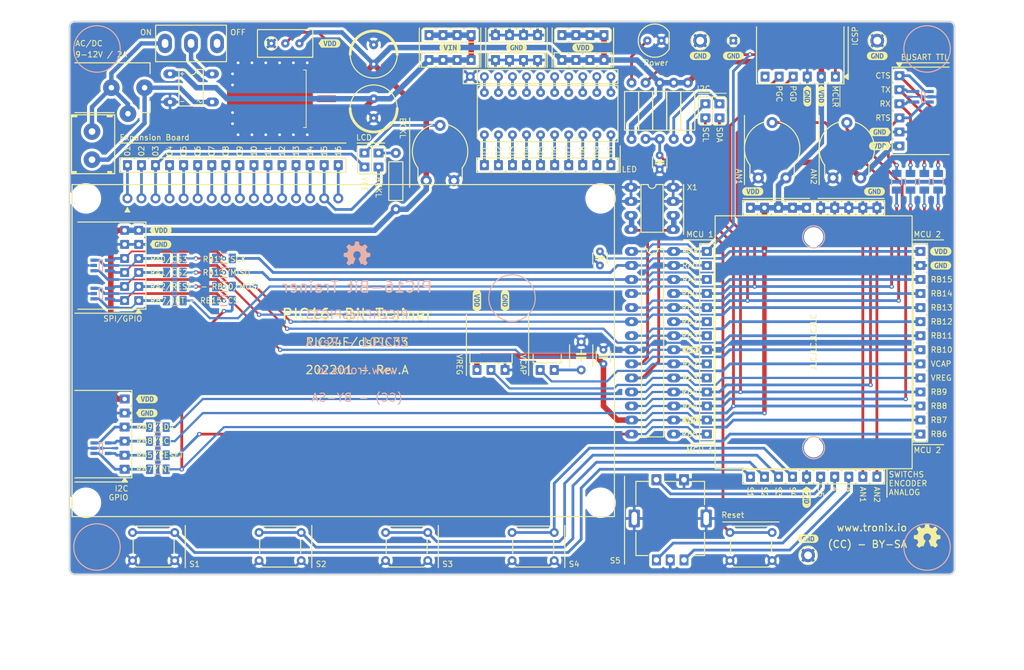
<source format=kicad_pcb>
(kicad_pcb (version 20240108) (generator "pcbnew") (generator_version "8.0")
  (title_block (title "PIC16-Bit Trainer") (date "01/2022") (rev "A"))
  (layers (0 "F.Cu" signal) (31 "B.Cu" signal) (34 "B.Paste" user) (35 "F.Paste" user) (36 "B.SilkS" user "B.Silkscreen") (37 "F.SilkS" user "F.Silkscreen") (38 "B.Mask" user) (39 "F.Mask" user) (44 "Edge.Cuts" user))
  (net 0 "")
  (net 1 "Net-(B101-Pad3)")
  (net 2 "POWER-GND")
  (net 3 "Net-(C202-Pad1)")
  (net 4 "/MCU/RB8{slash}I2C_SCL")
  (net 5 "/MCU/RB9{slash}I2C_SDA")
  (net 6 "Net-(K409-Pin_1)")
  (net 7 "/MCU/RB5{slash}I2C_RESET")
  (net 8 "Net-(B101-Pad4)")
  (net 9 "/Module/I2C_INT")
  (net 10 "/Module/I2C_SDA")
  (net 11 "/Module/IC2_SCL")
  (net 12 "/Module/I2C_RESET")
  (net 13 "Net-(C201-Pad1)")
  (net 14 "/Module/SPI_CS")
  (net 15 "/Module/SPI_MOSI")
  (net 16 "/Module/SPI_RESET")
  (net 17 "/Module/SPI_INT")
  (net 18 "/Module/SPI_MISO")
  (net 19 "/Module/SPI_SCK")
  (net 20 "/Module/SPI_CS3")
  (net 21 "/Module/SPI_CS2")
  (net 22 "/Module/UART_CTS")
  (net 23 "/Module/UART_RTS")
  (net 24 "/Module/UART_RX")
  (net 25 "/Module/UART_TX")
  (net 26 "Net-(K409-Pin_2)")
  (net 27 "Net-(K409-Pin_3)")
  (net 28 "Net-(K409-Pin_4)")
  (net 29 "Net-(K409-Pin_5)")
  (net 30 "Net-(K409-Pin_6)")
  (net 31 "Net-(K409-Pin_7)")
  (net 32 "Net-(K409-Pin_8)")
  (net 33 "Net-(K409-Pin_9)")
  (net 34 "Net-(K409-Pin_10)")
  (net 35 "Net-(K409-Pin_11)")
  (net 36 "Net-(K409-Pin_12)")
  (net 37 "Net-(K409-Pin_13)")
  (net 38 "Net-(K409-Pin_14)")
  (net 39 "Net-(K409-Pin_15)")
  (net 40 "Net-(K409-Pin_16)")
  (net 41 "Net-(K202-Pin_9)")
  (net 42 "/MCU/RA1{slash}SPI_CS2")
  (net 43 "Net-(K202-Pin_10)")
  (net 44 "Net-(K201-Pin_7)")
  (net 45 "/MCU/RB4{slash}URTS")
  (net 46 "Net-(K101-Pad2)")
  (net 47 "Net-(K201-Pin_9)")
  (net 48 "Net-(K201-Pin_10)")
  (net 49 "Net-(K202-Pin_4)")
  (net 50 "Net-(K202-Pin_6)")
  (net 51 "Net-(K202-Pin_14)")
  (net 52 "Net-(K401-Pin_1)")
  (net 53 "Net-(K401-Pin_2)")
  (net 54 "Net-(K401-Pin_3)")
  (net 55 "Net-(K401-Pin_4)")
  (net 56 "Net-(K401-Pin_5)")
  (net 57 "Net-(K401-Pin_6)")
  (net 58 "Net-(K401-Pin_7)")
  (net 59 "Net-(K401-Pin_8)")
  (net 60 "Net-(K401-Pin_9)")
  (net 61 "Net-(K401-Pin_10)")
  (net 62 "Net-(LED101-A)")
  (net 63 "Net-(LED401-C10)")
  (net 64 "Net-(LED401-C9)")
  (net 65 "Net-(LED401-C8)")
  (net 66 "Net-(LED401-C7)")
  (net 67 "Net-(LED401-C6)")
  (net 69 "/HID/S1")
  (net 70 "/HID/S2")
  (net 71 "/HID/S3")
  (net 72 "/HID/S4")
  (net 73 "/HID/S5")
  (net 74 "/HID/AN1")
  (net 75 "/HID/AN2")
  (net 77 "Net-(LED401-C5)")
  (net 78 "Net-(LED401-C4)")
  (net 79 "/HID/A")
  (net 80 "/HID/B")
  (net 81 "/MCU/RA4{slash}UCTS")
  (net 82 "Net-(LED401-C3)")
  (net 83 "/MCU/RB2{slash}SPI_RESET")
  (net 84 "/MCU/RB0{slash}UTX{slash}PGD")
  (net 85 "/MCU/RB1{slash}URX{slash}PGC")
  (net 86 "/MCU/RA0{slash}SPI_CS3")
  (net 87 "/MCU/~{MCLR}")
  (net 88 "Net-(LED401-C2)")
  (net 89 "/MCU/RB7{slash}INT")
  (net 90 "/MCU/RB10{slash}SPI_MOSI")
  (net 91 "/MCU/RB11{slash}SPI_SCK")
  (net 92 "/MCU/RB13{slash}SPI_MISO")
  (net 93 "Net-(LED401-C1)")
  (net 94 "/MCU/RB15{slash}SPI_CS")
  (net 95 "Net-(U105-ADJ)")
  (net 96 "Net-(JP202-Pad1)")
  (net 97 "Net-(JP203-Pad1)")
  (net 98 "Net-(JP401-Pad1)")
  (net 99 "Net-(JP402-Pad1)")
  (net 100 "POWER-VIN")
  (net 101 "POWER-VDD")
  (footprint "kibuzzard-65F6F442" (layer "F.Cu") (at 190.5 77.75)
    (property "Reference" "kibuzzard-65F6F442" (hide yes))
    (property "Value" "G***" (hide yes))
  )
  (footprint "kibuzzard-65F6F499" (layer "F.Cu") (at 200.5 140.5)
    (property "Reference" "kibuzzard-65F6F499" (hide yes))
    (property "Value" "G***" (hide yes))
  )
  (footprint "tronixio:HARWIN-M20-7680-7683" (layer "F.Cu") (at 209 164)
    (property "Reference" "H104" (hide yes))
    (property "Value" "HARWIN-JUMPER-0254-14MM-BLACK" (hide yes))
  )
  (footprint "kibuzzard-65F6F3F9" (layer "F.Cu") (at 181 53.25)
    (property "Reference" "kibuzzard-65F6F3F9" (hide yes))
    (property "Value" "G***" (hide yes))
  )
  (footprint "kibuzzard-65F6F414" (layer "F.Cu") (at 213 53.25)
    (property "Reference" "kibuzzard-65F6F414" (hide yes))
    (property "Value" "G***" (hide yes))
  )
  (footprint "tronixio:HARWIN-M20-999044x" (layer "F.Cu") (at 156 49.5 90)
    (property "Reference" "K208" (hide yes))
    (property "Value" "VDD")
  )
  (footprint "tronixio:TRIMMER-64W" (layer "F.Cu") (at 103.5 51)
    (property "Reference" "R101" (hide yes))
    (property "Value" "5K")
  )
  (footprint "kibuzzard-65F6F3C0" (layer "F.Cu") (at 114 51)
    (property "Reference" "kibuzzard-65F6F3C0" (hide yes))
    (property "Value" "G***" (hide yes))
  )
  (footprint "tronixio:DIP-08-W762-SOCKET" (layer "F.Cu") (at 168.5 77)
    (property "Reference" "X201" (hide yes))
    (property "Value" "XTAL-DIL08")
  )
  (footprint "tronixio:BREADBOARD-170" (layer "F.Cu") (at 201.5 105 90)
    (property "Reference" "BB401" (hide yes))
    (property "Value" "BREADBOARD-170")
  )
  (footprint "kibuzzard-65F6F3E0" (layer "F.Cu") (at 147.81 51.75)
    (property "Reference" "kibuzzard-65F6F3E0" (hide yes))
    (property "Value" "G***" (hide yes))
  )
  (footprint "tronixio:KINGBRIGHT-DC" (layer "F.Cu") (at 142 67.5)
    (property "Reference" "LED401" (hide yes))
    (property "Value" "KINGBRIGHT-DC10EWA")
  )
  (footprint "tronixio:HARWIN-M20-7680-7683" (layer "F.Cu") (at 188 164)
    (property "Reference" "H101" (hide yes))
    (property "Value" "HARWIN-JUMPER-0254-14MM-BLACK" (hide yes))
  )
  (footprint "tronixio:HARWIN-M20-782044x" (layer "F.Cu") (at 156 54 90)
    (property "Reference" "K206" (hide yes))
    (property "Value" "VDD")
  )
  (footprint "tronixio:BOURNS-PEC12R-SWITCH" (layer "F.Cu") (at 175.585 136.84 180)
    (property "Reference" "S403" (hide yes))
    (property "Value" "BOURNS-PEC12R-24DENTS")
  )
  (footprint "tronixio:CK-KSA-TH" (layer "F.Cu") (at 150.82 141.92 180)
    (property "Reference" "S405" (hide yes))
    (property "Value" "S4")
  )
  (footprint "tronixio:SAMTEC-SSW-106-02-T-S-RA" (layer "F.Cu") (at 77 127.95 90)
    (property "Reference" "K301" (hide yes))
    (property "Value" "I2C/GPIO")
  )
  (footprint "tronixio:CUI-TB006-508-02BE" (layer "F.Cu") (at 71.1 72 90)
    (property "Reference" "K102" (hide yes))
    (property "Value" "AC/DC 9-12V")
  )
  (footprint "tronixio:LED-TH-ROUND-05MM" (layer "F.Cu") (at 174 50.5 180)
    (property "Reference" "LED101" (hide yes))
    (property "Value" "Power")
  )
  (footprint "tronixio:HARWIN-M20-782144x" (layer "F.Cu") (at 182.2 88.58)
    (property "Reference" "K201" (hide yes))
    (property "Value" "MCU 1")
  )
  (footprint "tronixio:HARWIN-M20-999044x" (layer "F.Cu") (at 132 49.5 90)
    (property "Reference" "K205" (hide yes))
    (property "Value" "VIN")
  )
  (footprint "tronixio:HARWIN-M20-975024x" (layer "F.Cu") (at 152.09 110)
    (property "Reference" "JP201" (hide yes))
    (property "Value" "VCAP")
  )
  (footprint "tronixio:KEYSTONE-2000-3" (layer "F.Cu") (at 187 50.5)
    (property "Reference" "TP104" (hide yes))
    (property "Value" "GND")
  )
  (footprint "tronixio:CK-KSA-TH" (layer "F.Cu") (at 82.24 141.92 180)
    (property "Reference" "S401" (hide yes))
    (property "Value" "S1")
  )
  (footprint "tronixio:KEMET-C315" (layer "F.Cu") (at 173.68 72.5 -90)
    (property "Reference" "C201" (hide yes))
    (property "Value" "100n")
  )
  (footprint "tronixio:PIHER-PT10MV" (layer "F.Cu") (at 134 70.5)
    (property "Reference" "R401" (hide yes))
    (property "Value" "5K")
  )
  (footprint "tronixio:HARWIN-M20-999044x" (layer "F.Cu") (at 144 49.5 90)
    (property "Reference" "K209" (hide yes))
    (property "Value" "GND")
  )
  (footprint "tronixio:HARWIN-M20-975034x" (layer "F.Cu") (at 140.66 110)
    (property "Reference" "JP204" (hide yes))
    (property "Value" "VREG")
  )
  (footprint "tronixio:KEMET-C322" (layer "F.Cu") (at 159.5 107.46 90)
    (property "Reference" "C202" (hide yes))
    (property "Value" "10µ")
  )
  (footprint "kibuzzard-65F6F480" (layer "F.Cu") (at 179.3 119.06)
    (property "Reference" "kibuzzard-65F6F480" (hide yes))
    (property "Value" "G***" (hide yes))
  )
  (footprint "tronixio:HARWIN-M20-782164x" (layer "F.Cu") (at 77.5 73 90)
    (property "Reference" "K409" (hide yes))
    (property "Value" "HARWIN-254-F-1X16-VERTICAL")
  )
  (footprint "kibuzzard-65F6F4B8" (layer "F.Cu") (at 140.66 97.5 -90)
    (property "Reference" "kibuzzard-65F6F4B8" (hide yes))
    (property "Value" "G***" (hide yes))
  )
  (footprint "tronixio:TRONIXIO-EXPANSION-BOARD" (layer "F.Cu") (at 77.5 79)
    (property "Reference" "EB401" (hide yes))
    (property "Value" "EXPANSION-BOARD")
  )
  (footprint "tronixio:KEMET-C315" (layer "F.Cu") (at 163.52 107.63 90)
    (property "Reference" "C203" (hide yes))
    (property "Value" "100n")
  )
  (footprint "tronixio:DF01M" (layer "F.Cu") (at 85.2 56.5)
    (property "Reference" "B101" (hide yes))
    (property "Value" "DF01M")
  )
  (footprint "kibuzzard-65F6F48D" (layer "F.Cu") (at 200.23 133 -90)
    (property "Reference" "kibuzzard-65F6F48D" (hide yes))
    (property "Value" "G***" (hide yes))
  )
  (footprint "tronixio:SAMTEC-SSW-106-02-T-S-RA" (layer "F.Cu") (at 217 56.83 -90)
    (property "Reference" "K304" (hide yes))
    (property "Value" "EUSART/TTL")
  )
  (footprint "kibuzzard-65F6F405" (layer "F.Cu") (at 187 53.25)
    (property "Reference" "kibuzzard-65F6F405" (hide yes))
    (property "Value" "G***" (hide yes))
  )
  (footprint "tronixio:RESISTOR-TH-1016" (layer "F.Cu") (at 168.6 63.18 90)
    (property "Reference" "R102" (hide yes))
    (property "Value" "4K7")
  )
  (footprint "tronixio:HARWIN-M20-999024x" (layer "F.Cu") (at 184.475 61.91)
    (property "Reference" "JP203" (hide yes))
    (property "Value" "SDA")
  )
  (footprint "tronixio:HARWIN-M20-999024x" (layer "F.Cu") (at 120.34 70.8)
    (property "Reference" "JP401" (hide yes))
    (property "Value" "VEE")
  )
  (footprint "tronixio:PIHER-PT10MV" (layer "F.Cu") (at 207.5 70)
    (property "Reference" "P402" (hide yes))
    (property "Value" "AN2")
  )
  (footprint "kibuzzard-65F6F420" (layer "F.Cu") (at 213.5 67)
    (property "Reference" "kibuzzard-65F6F420" (hide yes))
    (property "Value" "G***" (hide yes))
  )
  (footprint "tronixio:HARWIN-M20-999024x" (layer "F.Cu") (at 122.88 70.8)
    (property "Reference" "JP402" (hide yes))
    (property "Value" "BCKL")
  )
  (footprint "kibuzzard-65F6F42E" (layer "F.Cu") (at 213.5 69.53)
    (property "Reference" "kibuzzard-65F6F42E" (hide yes))
    (property "Value" "G***" (hide yes))
  )
  (footprint "kibuzzard-65F6F46A" (layer "F.Cu") (at 179.3 106.36)
    (property "Reference" "kibuzzard-65F6F46A" (hide yes))
    (property "Value" "G***" (hide yes))
  )
  (footprint "tronixio:DIP-28-W762-SOCKET" (layer "F.Cu") (at 168.6 88.58)
    (property "Reference" "U201" (hide yes))
    (property "Value" "PIC24/dsPIC33")
  )
  (footprint "tronixio:SAMTEC-SSW-106-02-T-D-RA" (layer "F.Cu") (at 79.54 97.47 90)
    (property "Reference" "K303" (hide yes))
    (property "Value" "SPI/GPIO")
  )
  (footprint "tronixio:KEYSTONE-5006" (layer "F.Cu") (at 181 50.5 90)
    (property "Reference" "TP103" (hide yes))
    (property "Value" "GND")
  )
  (footprint "tronixio:HARWIN-M20-782104x" (layer "F.Cu") (at 190.07 80.7 90)
    (property "Reference" "K210" (hide yes))
    (property "Value" "HARWIN-254-F-1X10-VERTICAL")
  )
  (footprint "tronixio:KEYSTONE-24283" (layer "F.Cu") (at 163 79)
    (property "Reference" "U104" (hide yes))
    (property "Value" "24283" (hide yes))
  )
  (footprint "kibuzzard-65F6F4C9" (layer "F.Cu") (at 81 117.8)
    (property "Reference" "kibuzzard-65F6F4C9" (hide yes))
    (property "Value" "G***" (hide yes))
  )
  (footprint "tronixio:HARWIN-M20-782104x" (layer "F.Cu") (at 142 73 90)
    (property "Reference" "K401" (hide yes))
    (property "Value" "HARWIN-254-F-1X10-VERTICAL")
  )
  (footprint "kibuzzard-62A778F0" (layer "F.Cu") (at 202.9 60.5 -90)
    (property "Reference" "kibuzzard-62A778F0" (hide yes))
    (property "Value" "G***" (hide yes))
  )
  (footprint "kibuzzard-65F6F3D4" (layer "F.Cu") (at 135.81 51.75)
    (property "Reference" "kibuzzard-65F6F3D4" (hide yes))
    (property "Value" "G***" (hide yes))
  )
  (footprint "tronixio:HARWIN-M20-7580-7583" (layer "F.Cu") (at 181 164)
    (property "Reference" "JP102" (hide yes))
    (property "Value" "HARWIN-JUMPER-0254-06MM-RED" (hide yes))
  )
  (footprint "kibuzzard-65F6F3EC" (layer "F.Cu") (at 159.81 51.75)
    (property "Reference" "kibuzzard-65F6F3EC" (hide yes))
    (property "Value" "G***" (hide yes))
  )
  (footprint "tronixio:HARWIN-M20-999024x" (layer "F.Cu") (at 181.935 61.91)
    (property "Reference" "JP202" (hide yes))
    (property "Value" "SCL")
  )
  (footprint "tronixio:CAPACITOR-ELECTROLYTIC-RADIAL-080-115-035" (layer "F.Cu") (at 122 53 90)
    (property "Reference" "C102" (hide yes))
    (property "Value" "220µ/25V")
  )
  (footprint "tronixio:KEYSTONE-24283" (layer "F.Cu") (at 163 134)
    (property "Reference" "U103" (hide yes))
    (property "Value" "24283" (hide yes))
  )
  (footprint "tronixio:CK-KSA-TH" (layer "F.Cu") (at 190.19 141.92 180)
    (property "Reference" "S201" (hide yes))
    (property "Value" "Reset")
  )
  (footprint "tronixio:KEMET-C315" (layer "F.Cu") (at 162.885 89.85 -90)
    (property "Reference" "C204" (hide yes))
    (property "Value" "100n")
  )
  (footprint "kibuzzard-65F6F438" (layer "F.Cu") (at 212.5 77.75)
    (property "Reference" "kibuzzard-65F6F438" (hide yes))
    (property "Value" "G***" (hide yes))
  )
  (footprint "tronixio:KEYSTONE-24283" (layer "F.Cu") (at 70 79)
    (property "Reference" "U101" (hide yes))
    (property "Value" "24283" (hide yes))
  )
  (footprint "kibuzzard-65F6F450" (layer "F.Cu") (at 224.48 88.58)
    (property "Reference" "kibuzzard-65F6F450" (hide yes))
    (property "Value" "G***" (hide yes))
  )
  (footprint "kibuzzard-62A778D1" (layer "F.Cu") (at 200.35 60.5 -90)
    (property "Reference" "kibuzzard-62A778D1" (hide yes))
    (property "Value" "G***" (hide yes))
  )
  (footprint "kibuzzard-65F6F4F1" (layer "F.Cu") (at 83.5 87.31)
    (property "Reference" "kibuzzard-65F6F4F1" (hide yes))
    (property "Value" "G***" (hide yes))
  )
  (footprint "tronixio:CK-KSA-TH" (layer "F.Cu") (at 105.1 141.92 180)
    (property "Reference" "S404" (hide yes))
    (property "Value" "S2")
  )
  (footprint "kibuzzard-65F6F4DA" (layer "F.Cu") (at 81 115.25)
    (property "Reference" "kibuzzard-65F6F4DA" (hide yes))
    (property "Value" "G***" (hide yes))
  )
  (footprint "tronixio:RESISTOR-TH-1016" (layer "F.Cu") (at 171.14 63.18 -90)
    (property "Reference" "R202" (hide yes))
    (property "Value" "1K")
  )
  (footprint "tronixio:RESISTOR-TH-1016" (layer "F.Cu") (at 176.22 63.18 -90)
    (property "Reference" "R204" (hide yes))
    (property "Value" "4K7")
  )
  (footprint "kibuzzard-65F6F45D" (layer "F.Cu") (at 224.48 91.12)
    (property "Reference" "kibuzzard-65F6F45D" (hide yes))
    (property "Value" "G***" (hide yes))
  )
  (footprint "tronixio:HARWIN-M20-7680-7683" (layer "F.Cu") (at 202 164)
    (property "Reference" "H103" (hide yes))
    (property "Value" "HARWIN-JUMPER-0254-14MM-BLACK" (hide yes))
  )
  (footprint "tronixio:KEYSTONE-5006" (layer "F.Cu") (at 213 50.5 90)
    (property "Reference" "TP101" (hide yes))
    (property "Value" "GND")
  )
  (footprint "tronixio:CK-KSA-TH" (layer "F.Cu") (at 127.96 141.92 180)
    (property "Reference" "S402" (hide yes))
    (property "Value" "S3")
  )
  (footprint "tronixio:CAPACITOR-ELECTROLYTIC-RADIAL-080-115-035" (layer "F.Cu") (at 122 62.75 -90)
    (property "Reference" "C101" (hide yes))
    (property "Value" "220µ/25V")
  )
  (footprint "tronixio:RESISTOR-TH-1016" (layer "F.Cu") (at 173.68 63.18 -90)
    (property "Reference" "R201" (hide yes))
    (property "Value" "10K")
  )
  (footprint "tronixio:KEYSTONE-24283" (layer "F.Cu") (at 70 134)
    (property "Reference" "U102" (hide yes))
    (property "Value" "24283" (hide yes))
  )
  (footprint "tronixio:BOURNS-4611X" (layer "F.Cu") (at 139.46 57)
    (property "Reference" "RA401" (hide yes))
    (property "Value" "330Ω")
  )
  (footprint "tronixio:PE-450-4X6X" (layer "F.Cu") (at 220 156)
    (property "Reference" "K103" (hide yes))
    (property "Value" "PE-450-4X6X-BLACK" (hide yes))
  )
  (footprint "tronixio:HARWIN-M20-782044x" (layer "F.Cu") (at 144 54 90)
    (property "Reference" "K207" (hide yes))
    (property "Value" "GND")
  )
  (footprint "tronixio:RESISTOR-TH-1016" (layer "F.Cu") (at 126 75.88 90)
    (property "Reference" "R402" (hide yes))
    (property "Value" "10Ω")
  )
  (footprint "tronixio:CUI-PJ-102AH" (layer "F.Cu") (at 80.6 59 -90)
    (property "Reference" "K101" (hide yes))
    (property "Value" "AC/DC 9-12V")
  )
  (footprint "tronixio:PIHER-PT10MV" (layer "F.Cu") (at 194 70)
    (property "Reference" "P401" (hide yes))
    (property "Value" "AN1")
  )
  (footprint "kibuzzard-65F6F500" (layer "F.Cu") (at 83.5 84.77)
    (property "Reference" "kibuzzard-65F6F500" (hide yes))
    (property "Value" "G***" (hide yes))
  )
  (footprint "tronixio:HARWIN-M20-782044x" (layer "F.Cu") (at 132 54 90)
    (property "Reference" "K204" (hide yes))
    (property "Value" "VIN")
  )
  (footprint "tronixio:HARWIN-M20-7680-7683" (layer "F.Cu") (at 195 164)
    (property "Reference" "H102" (hide yes))
    (property "Value" "HARWIN-JUMPER-0254-14MM-BLACK" (hide yes))
  )
  (footprint "tronixio:OSHW-5MM" (layer "F.Cu") (at 222 140)
    (property "Reference" "G***" (hide yes))
    (property "Value" "LOGO" (hide yes))
  )
  (footprint "tronixio:HARWIN-M20-782144x" (layer "F.Cu") (at 220.8 88.58)
    (property "Reference" "K202" (hide yes))
    (property "Value" "MCU 2")
  )
  (footprint "tronixio:HARWIN-M20-7580-7583" (layer "F.Cu") (at 181 156)
    (property "Reference" "JP101" (hide yes))
    (property "Value" "HARWIN-JUMPER-0254-06MM-BLACK" (hide yes))
  )
  (footprint "tronixio:KEYSTONE-5006" (layer "F.Cu") (at 200.5 143.5 90)
    (property "Reference" "TP102" (hide yes))
    (property "Value" "GND")
  )
  (footprint "tronixio:SAMTEC-SSW-106-02-T-S-RA" (layer "F.Cu") (at 192.73 57)
    (property "Reference" "K203" (hide yes))
    (property "Value" "ICSP")
  )
  (footprint "kibuzzard-65F6F4AB" (layer "F.Cu") (at 145.74 97.5 -90)
    (property "Reference" "kibuzzard-65F6F4AB" (hide yes))
    (property "Value" "G***" (hide yes))
  )
  (footprint "tronixio:CK-1101M2" (layer "F.Cu") (at 89 51)
    (property "Reference" "S101" (hide yes))
    (property "Value" "ON/OFF")
  )
  (footprint "tronixio:TO-263-5-TABPIN3" (layer "F.Cu") (at 107 61 180)
    (property "Reference" "U105" (hide yes))
    (property "Value" "NCP5662-ADJ")
  )
  (footprint "tronixio:HARWIN-M20-782104x" (layer "F.Cu") (at 190.07 129.3 90)
    (property "Reference" "K402" (hide yes))
    (property "Value" "HARWIN-254-F-1X10-VERTICAL")
  )
  (footprint "tronixio:RESISTOR-TH-1016" (layer "F.Cu") (at 178.76 63.18 -90)
    (property "Reference" "R203" (hide yes))
    (property "Value" "4K7")
  )
  (footprint "tronixio:RESISTOR-SMD-1206" (layer "B.Cu") (at 86.05 89.85 180)
    (property "Reference" "R308" (hide yes))
    (property "Value" "200Ω")
  )
  (footprint "tronixio:RESISTOR-SMD-1206" (layer "B.Cu") (at 94.94 97.47)
    (property "Reference" "R309" (hide yes))
    (property "Value" "200Ω")
  )
  (footprint "tronixio:3M-SJ5376" (layer "B.Cu") (at 147 97 180)
    (property "Reference" "X105" (hide yes))
    (property "Value" "3M-SJ5376" (hide yes))
  )
  (footprint "tronixio:RESISTOR-SMD-1206" (layer "B.Cu") (at 86.05 92.39 180)
    (property "Reference" "R307" (hide yes))
    (property "Value" "200Ω")
  )
  (footprint "tronixio:OSHW-5MM" (layer "B.Cu") (at 119 89 180)
    (property "Reference" "G***" (hide yes))
    (property "Value" "LOGO" (hide yes))
  )
  (footprint "tronixio:RESISTOR-SMD-1206" (layer "B.Cu") (at 86.05 97.47 180)
    (property "Reference" "R305" (hide yes))
    (property "Value" "200Ω")
  )
  (footprint "tronixio:RESISTOR-SMD-1206" (layer "B.Cu") (at 219 76 90)
    (property "Reference" "R315" (hide yes))
    (property "Value" "200Ω")
  )
  (footprint "tronixio:SOT-23-5" (layer "B.Cu") (at 72.715 96.2)
    (property "Reference" "D302" (hide yes))
    (property "Value" "ESDA14V2SC5Y")
  )
  (footprint "tronixio:3M-SJ5376" (layer "B.Cu") (at 72 52 180)
    (property "Reference" "X104" (hide yes))
    (property "Value" "3M-SJ5376" (hide yes))
  )
  (footprint "tronixio:RESISTOR-SMD-1206" (layer "B.Cu") (at 83 127.95 180)
    (property "Reference" "R301" (hide yes))
    (property "Value" "200Ω")
  )
  (footprint "tronixio:RESISTOR-SMD-1206" (layer "B.Cu") (at 94.94 89.85)
    (property "Reference" "R312" (hide yes))
    (property "Value" "200Ω")
  )
  (footprint "tronixio:3M-SJ5376" (layer "B.Cu") (at 222 142 180)
    (property "Reference" "X102" (hide yes))
    (property "Value" "3M-SJ5376" (hide yes))
  )
  (footprint "tronixio:RESISTOR-SMD-1206" (layer "B.Cu") (at 94.94 92.39)
    (property "Reference" "R311" (hide yes))
    (property "Value" "200Ω")
  )
  (footprint "tronixio:3M-SJ5376" (layer "B.Cu") (at 222 52 180)
    (property "Reference" "X103" (hide yes))
    (property "Value" "3M-SJ5376" (hide yes))
  )
  (footprint "tronixio:RESISTOR-SMD-1206" (layer "B.Cu") (at 224 76 90)
    (property "Reference" "R313" (hide yes))
    (property "Value" "200Ω")
  )
  (footprint "tronixio:RESISTOR-SMD-1206" (layer "B.Cu") (at 221.5 76 90)
    (property "Reference" "R314" (hide yes))
    (property "Value" "200Ω")
  )
  (footprint "tronixio:SOT-23-5" (layer "B.Cu") (at 72.715 91.12)
    (property "Reference" "D303" (hide yes))
    (property "Value" "ESDA14V2SC5Y")
  )
  (footprint "tronixio:RESISTOR-SMD-1206" (layer "B.Cu") (at 83 120.33 180)
    (property "Reference" "R304" (hide yes))
    (property "Value" "200Ω")
  )
  (footprint "tronixio:RESISTOR-SMD-1206" (layer "B.Cu") (at 83 122.87 180)
    (property "Reference" "R303" (hide yes))
    (property "Value" "200Ω")
  )
  (footprint "tronixio:RESISTOR-SMD-1206" (layer "B.Cu") (at 216.5 76 90)
    (property "Reference" "R316" (hide yes))
    (property "Value" "200Ω")
  )
  (footprint "tronixio:RESISTOR-SMD-1206" (layer "B.Cu") (at 94.94 94.93)
    (property "Reference" "R310" (hide yes))
    (property "Value" "200Ω")
  )
  (footprint "tronixio:SOT-23-5" (layer "B.Cu") (at 72.715 124.14)
    (property "Reference" "D301" (hide yes))
    (property "Value" "ESDA14V2SC5Y")
  )
  (footprint "tronixio:SOT-23-5" (layer "B.Cu") (at 221.305 60.64 180)
    (property "Reference" "D304" (hide yes))
    (property "Value" "ESDA14V2SC5Y")
  )
  (footprint "tronixio:RESISTOR-SMD-1206" (layer "B.Cu") (at 86.05 94.93 180)
    (property "Reference" "R306" (hide yes))
    (property "Value" "200Ω")
  )
  (footprint "tronixio:3M-SJ5376" (layer "B.Cu") (at 72 142 180)
    (property "Reference" "X101" (hide yes))
    (property "Value" "3M-SJ5376" (hide yes))
  )
  (footprint "tronixio:RESISTOR-SMD-1206" (layer "B.Cu") (at 83 125.41 180)
    (property "Reference" "R302" (hide yes))
    (property "Value" "200Ω")
  )
  (gr_line (start 130.25 55.3) (end 130.25 48.2) (stroke (width 0.2)) (layer "F.SilkS"))
  (gr_line (start 165.35 55.3) (end 165.35 48.2) (stroke (width 0.2)) (layer "F.SilkS"))
  (gr_line (start 141.35 55.3) (end 141.35 48.2) (stroke (width 0.2)) (layer "F.SilkS"))
  (gr_poly (pts (xy 77.5 130.25) (xy 76.5 130.25) (xy 77 129.5)) (stroke (width 0.2)) (fill solid) (layer "F.SilkS"))
  (gr_line (start 167.33 145.095) (end 167.33 129.22) (stroke (width 0.2)) (layer "F.SilkS"))
  (gr_line (start 185.11 137.475) (end 195.27 137.475) (stroke (width 0.2)) (layer "F.SilkS"))
  (gr_line (start 189 76.5) (end 189 64) (stroke (width 0.2)) (layer "F.SilkS"))
  (gr_line (start 207.75 48) (end 207.75 57.5) (stroke (width 0.2)) (layer "F.SilkS"))
  (gr_line (start 214.25 79) (end 202.25 79) (stroke (width 0.2)) (layer "F.SilkS"))
  (gr_line (start 200.75 79) (end 188.75 79) (stroke (width 0.2)) (layer "F.SilkS"))
  (gr_line (start 178 123.5) (end 183.5 123.5) (stroke (width 0.2)) (layer "F.SilkS"))
  (gr_poly (pts (xy 207.75 57.5) (xy 207 57) (xy 207.75 56.5)) (stroke (width 0.2)) (fill solid) (layer "F.SilkS"))
  (gr_line (start 68 130.25) (end 77.5 130.25) (stroke (width 0.2)) (layer "F.SilkS"))
  (gr_line (start 119 69) (end 124 69) (stroke (width 0.2)) (layer "F.SilkS"))
  (gr_poly (pts (xy 217 55.25) (xy 216.5 54.5) (xy 217.5 54.5)) (stroke (width 0.2)) (fill solid) (layer "F.SilkS"))
  (gr_line (start 178 86.5) (end 183.5 86.5) (stroke (width 0.2)) (layer "F.SilkS"))
  (gr_line (start 166.55 74.3) (end 166.55 69.5) (stroke (width 0.2)) (layer "F.SilkS"))
  (gr_line (start 202.5 76.5) (end 202.5 64) (stroke (width 0.2)) (layer "F.SilkS"))
  (gr_line (start 87.955 145.73) (end 87.955 138.11) (stroke (width 0.2)) (layer "F.SilkS"))
  (gr_line (start 138.755 111) (end 138.755 100) (stroke (width 0.2)) (layer "F.SilkS"))
  (gr_poly (pts (xy 80 99.75) (xy 79 99.75) (xy 79.5 99)) (stroke (width 0.2)) (fill solid) (layer "F.SilkS"))
  (gr_line (start 76 69) (end 117 69) (stroke (width 0.2)) (layer "F.SilkS"))
  (gr_line (start 180.6 60) (end 185.75 60) (stroke (width 0.15)) (layer "F.SilkS"))
  (gr_line (start 214.75 128) (end 214.75 133) (stroke (width 0.2)) (layer "F.SilkS"))
  (gr_line (start 133.675 145.73) (end 133.675 138.11) (stroke (width 0.2)) (layer "F.SilkS"))
  (gr_line (start 219.5 123.5) (end 225 123.5) (stroke (width 0.2)) (layer "F.SilkS"))
  (gr_line (start 110.815 145.73) (end 110.815 138.11) (stroke (width 0.2)) (layer "F.SilkS"))
  (gr_line (start 142.25 55.3) (end 142.25 48.2) (stroke (width 0.2)) (layer "F.SilkS"))
  (gr_line (start 219.5 86.5) (end 225 86.5) (stroke (width 0.2)) (layer "F.SilkS"))
  (gr_line (start 150 111) (end 150 100) (stroke (width 0.2)) (layer "F.SilkS"))
  (gr_line (start 128.5 77) (end 128.5 64.5) (stroke (width 0.2)) (layer "F.SilkS"))
  (gr_line (start 156.535 145.73) (end 156.535 138.11) (stroke (width 0.2)) (layer "F.SilkS"))
  (gr_line (start 178 85.5) (end 178 76.5) (stroke (width 0.2)) (layer "F.SilkS"))
  (gr_line (start 68 99.75) (end 80 99.75) (stroke (width 0.2)) (layer "F.SilkS"))
  (gr_line (start 154.25 55.3) (end 154.25 48.2) (stroke (width 0.2)) (layer "F.SilkS"))
  (gr_line (start 226 54.5) (end 216.5 54.5) (stroke (width 0.2)) (layer "F.SilkS"))
  (gr_line (start 153.35 55.3) (end 153.35 48.2) (stroke (width 0.2)) (layer "F.SilkS"))
  (gr_arc (start 68 147) (mid 67.292894 146.707107) (end 67 146) (stroke (width 0.2)) (layer "Edge.Cuts"))
  (gr_line (start 68 147) (end 226 147) (stroke (width 0.2)) (layer "Edge.Cuts"))
  (gr_line (start 227 146) (end 227 48) (stroke (width 0.2)) (layer "Edge.Cuts"))
  (gr_line (start 67 48) (end 67 146) (stroke (width 0.2)) (layer "Edge.Cuts"))
  (gr_arc (start 227 146) (mid 226.707107 146.707106) (end 226 147) (stroke (width 0.2)) (layer "Edge.Cuts"))
  (gr_line (start 226 47) (end 68 47) (stroke (width 0.2)) (layer "Edge.Cuts"))
  (gr_arc (start 67 48) (mid 67.292893 47.292894) (end 68 47) (stroke (width 0.2)) (layer "Edge.Cuts"))
  (gr_arc (start 226 47) (mid 226.707106 47.292893) (end 227 48) (stroke (width 0.2)) (layer "Edge.Cuts"))
  (gr_text "202201 - Rev.A" (at 119 105 0) (layer "B.SilkS") (effects (font (size 1.5 1.5) (thickness 0.2)) (justify mirror)))
  (gr_text "PIC24F/dsPIC33" (at 119 100 0) (layer "B.SilkS") (effects (font (size 1.5 1.5) (thickness 0.2)) (justify mirror)))
  (gr_text "www.tronix.io" (at 119 110 0) (layer "B.SilkS") (effects (font (size 1.5 1.5) (thickness 0.2)) (justify mirror)))
  (gr_text "PIC16-Bit Trainer" (at 119 95 0) (layer "B.SilkS") (effects (font (size 2 2) (thickness 0.3)) (justify mirror)))
  (gr_text "(CC) - BY-SA" (at 119 115 0) (layer "B.SilkS") (effects (font (size 1.5 1.5) (thickness 0.2)) (justify mirror)))
  (gr_text "03" (at 82.58 71.5 90) (layer "F.SilkS") (effects (font (size 1 1)) (justify left)))
  (gr_text "A" (at 205.31 131 270) (layer "F.SilkS") (effects (font (size 1 1)) (justify left)))
  (gr_text "RB4" (at 180.665 113.98 0) (layer "F.SilkS") (effects (font (size 1 1)) (justify right)))
  (gr_text "S5" (at 166.695 144.46 0) (layer "F.SilkS") (effects (font (size 1 1)) (justify right)))
  (gr_text "RB9/SDA" (at 79 120.33 0) (layer "F.SilkS") (effects (font (size 1 1)) (justify left)))
  (gr_text "01" (at 77.5 71.5 90) (layer "F.SilkS") (effects (font (size 1 1)) (justify left)))
  (gr_text "RA0/CS3 - RB11/SCK" (at 81.5 90 0) (layer "F.SilkS") (effects (font (size 1 1)) (justify left)))
  (gr_text "ON" (at 82 49 0) (layer "F.SilkS") (effects (font (size 1 1)) (justify right)))
  (gr_text "AN1" (at 210.4 131 270) (layer "F.SilkS") (effects (font (size 1 1)) (justify left)))
  (gr_text "PGD" (at 197.8 58.5 270) (layer "F.SilkS") (effects (font (size 1 1)) (justify left)))
  (gr_text "VREG" (at 222.575 111.44 0) (layer "F.SilkS") (effects (font (size 1 1)) (justify left)))
  (gr_text "RA1" (at 180.665 93.66 0) (layer "F.SilkS") (effects (font (size 1 1)) (justify right)))
  (gr_text "LED" (at 166.75 73.75 0) (layer "F.SilkS") (effects (font (size 1 1)) (justify left)))
  (gr_text "RB1" (at 180.665 98.74 0) (layer "F.SilkS") (effects (font (size 1 1)) (justify right)))
  (gr_text "ICSP" (at 209 47.85 90) (layer "F.SilkS") (effects (font (size 1 1)) (justify right)))
  (gr_text "RX" (at 215.5 61.91 0) (layer "F.SilkS") (effects (font (size 1 1)) (justify right)))
  (gr_text "09" (at 97.82 71.5 90) (layer "F.SilkS") (effects (font (size 1 1)) (justify left)))
  (gr_text "RB7/INT - RB15/CS" (at 81.5 97.47 0) (layer "F.SilkS") (effects (font (size 1 1)) (justify left)))
  (gr_text "05" (at 152.16 71.5 90) (layer "F.SilkS") (effects (font (size 1 1)) (justify left)))
  (gr_text "02" (at 144.54 71.5 90) (layer "F.SilkS") (effects (font (size 1 1)) (justify left)))
  (gr_text "10" (at 100.36 71.5 90) (layer "F.SilkS") (effects (font (size 1 1)) (justify left)))
  (gr_text "10" (at 164.86 71.5 90) (layer "F.SilkS") (effects (font (size 1 1)) (justify left)))
  (gr_text "S5" (at 202.77 131 270) (layer "F.SilkS") (effects (font (size 1 1)) (justify left)))
  (gr_text "S3" (at 195.15 131 270) (layer "F.SilkS") (effects (font (size 1 1)) (justify left)))
  (gr_text "MCU 1" (at 183.5 85.5 0) (layer "F.SilkS") (effects (font (size 1 1)) (justify right)))
  (gr_text "S2" (at 192.61 131 270) (layer "F.SilkS") (effects (font (size 1 1)) (justify left)))
  (gr_text "VCAP" (at 149 111 270) (layer "F.SilkS") (effects (font (size 1 1)) (justify right)))
  (gr_text "SCL" (at 182 66 270) (layer "F.SilkS") (effects (font (size 1 1)) (justify left)))
  (gr_text "15" (at 113.06 71.5 90) (layer "F.SilkS") (effects (font (size 1 1)) (justify left)))
  (gr_text "RA2/RESET - RB10/MOSI" (at 81.5 94.93 0) (layer "F.SilkS") (effects (font (size 1 1)) (justify left)))
  (gr_text "12" (at 105.44 71.5 90) (layer "F.SilkS") (effects (font (size 1 1)) (justify left)))
  (gr_text "~{MCLR}" (at 205.43 58.5 270) (layer "F.SilkS") (effects (font (size 1 1)) (justify left)))
  (gr_text "07" (at 92.74 71.5 90) (layer "F.SilkS") (effects (font (size 1 1)) (justify left)))
  (gr_text "CTS" (at 215.5 56.83 0) (layer "F.SilkS") (effects (font (size 1 1)) (justify right)))
  (gr_text "RA3" (at 180.665 111.44 0) (layer "F.SilkS") (effects (font (size 1 1)) (justify right)))
  (gr_text "SWITCHS\nENCODER\nANALOG" (at 215 130.5 0) (layer "F.SilkS") (effects (font (size 1 1)) (justify left)))
  (gr_text "AC/DC" (at 68 51 0) (layer "F.SilkS") (effects (font (size 1 1)) (justify left)))
  (gr_text "RB3" (at 180.665 103.82 0) (layer "F.SilkS") (effects (font (size 1 1)) (justify right)))
  (gr_text "www.tronix.io" (at 218.5 138.5 0) (layer "F.SilkS") (effects (font (size 1.3 1.3) (thickness 0.2)) (justify right)))
  (gr_text "11" (at 102.9 71.5 90) (layer "F.SilkS") (effects (font (size 1 1)) (justify left)))
  (gr_text "RB15" (at 222.575 93.66 0) (layer "F.SilkS") (effects (font (size 1 1)) (justify left)))
  (gr_text "S2" (at 111.45 145.095 0) (layer "F.SilkS") (effects (font (size 1 1)) (justify left)))
  (gr_text "08" (at 159.78 71.5 90) (layer "F.SilkS") (effects (font (size 1 1)) (justify left)))
  (gr_text "AN2" (at 201.5 76.6 270) (layer "F.SilkS") (effects (font (size 1 1)) (justify right)))
  (gr_text "VREG" (at 137.485 111 270) (layer "F.SilkS") (effects (font (size 1 1)) (justify right)))
  (gr_text "~{MCLR}" (at 180.665 88.58 0) (layer "F.SilkS") (effects (font (size 0.7 0.7)) (justify right)))
  (gr_text "RB5/RESET" (at 79 125.41 0) (layer "F.SilkS") (effects (font (size 1 1)) (justify left)))
  (gr_text "RB12" (at 222.575 101.28 0) (layer "F.SilkS") (effects (font (size 1 1)) (justify left)))
  (gr_text "9-12V / 2A" (at 68 53 0) (layer "F.SilkS") (effects (font (size 1 1)) (justify left)))
  (gr_text "RB2" (at 180.665 101.28 0) (layer "F.SilkS") (effects (font (size 1 1)) (justify right)))
  (gr_text "OFF" (at 96 49 0) (layer "F.SilkS") (effects (font (size 1 1)) (justify left)))
  (gr_text "RA0" (at 180.665 91.12 0) (layer "F.SilkS") (effects (font (size 1 1)) (justify right)))
  (gr_text "S3" (at 134.31 145.095 0) (layer "F.SilkS") (effects (font (size 1 1)) (justify left)))
  (gr_text "202201 - Rev.A" (at 119 110 0) (layer "F.SilkS") (effects (font (size 1.5 1.5) (thickness 0.2))))
  (gr_text "B" (at 207.85 131 270) (layer "F.SilkS") (effects (font (size 1 1)) (justify left)))
  (gr_text "RB10" (at 222.575 106.36 0) (layer "F.SilkS") (effects (font (size 1 1)) (justify left)))
  (gr_text "S4" (at 157.17 145.095 0) (layer "F.SilkS") (effects (font (size 1 1)) (justify left)))
  (gr_text "MCU 2" (at 219.5 85.5 0) (layer "F.SilkS") (effects (font (size 1 1)) (justify left)))
  (gr_text "16" (at 115.6 71.5 90) (layer "F.SilkS") (effects (font (size 1 1)) (justify left)))
  (gr_text "PGC" (at 195.27 58.5 270) (layer "F.SilkS") (effects (font (size 1 1)) (justify left)))
  (gr_text "BCKL" (at 122.88 75 270) (layer "F.SilkS") (effects (font (size 1 1)) (justify left)))
  (gr_text "X1" (at 178.5 77 0) (layer "F.SilkS") (effects (font (size 1 1)) (justify left)))
  (gr_text "05" (at 87.66 71.5 90) (layer "F.SilkS") (effects (font (size 1 1)) (justify left)))
  (gr_text "06" (at 90.2 71.5 90) (layer "F.SilkS") (effects (font (size 1 1)) (justify left)))
  (gr_text "EUSART TTL" (at 226 53.5 0) (layer "F.SilkS") (effects (font (size 1 1)) (justify right)))
  (gr_text "AN1" (at 188 76.6 270) (layer "F.SilkS") (effects (font (size 1 1)) (justify right)))
  (gr_text "04" (at 85.12 71.5 90) (layer "F.SilkS") (effects (font (size 1 1)) (justify left)))
  (gr_text "RB14" (at 222.575 96.2 0) (layer "F.SilkS") (effects (font (size 1 1)) (justify left)))
  (gr_text "TX" (at 215.5 59.37 0) (layer "F.SilkS") (effects (font (size 1 1)) (justify right)))
  (gr_text "PIC16-Bit Trainer" (at 119 100 0) (layer "F.SilkS") (effects (font (size 2 2) (thickness 0.3))))
  (gr_text "Power" (at 173 54.5 0) (layer "F.SilkS") (effects (font (size 1 1))))
  (gr_text "RA2" (at 180.665 108.9 0) (layer "F.SilkS") (effects (font (size 1 1)) (justify right)))
  (gr_text "07" (at 157.24 71.5 90) (layer "F.SilkS") (effects (font (size 1 1)) (justify left)))
  (gr_text "RB13" (at 222.575 98.74 0) (layer "F.SilkS") (effects (font (size 1 1)) (justify left)))
  (gr_text "02" (at 80.04 71.5 90) (layer "F.SilkS") (effects (font (size 1 1)) (justify left)))
  (gr_text "RB6" (at 222.575 121.6 0) (layer "F.SilkS") (effects (font (size 1 1)) (justify left)))
  (gr_text "04" (at 149.62 71.5 90) (layer "F.SilkS") (effects (font (size 1 1)) (justify left)))
  (gr_text "SPI/GPIO" (at 80.25 100.75 0) (layer "F.SilkS") (effects (font (size 1 1)) (justify right)))
  (gr_text "03" (at 147.08 71.5 90) (layer "F.SilkS") (effects (font (size 1 1)) (justify left)))
  (gr_text "RB7" (at 222.575 119.06 0) (layer "F.SilkS") (effects (font (size 1 1)) (justify left)))
  (gr_text "RB11" (at 222.575 103.82 0) (layer "F.SilkS") (effects (font (size 1 1)) (justify left)))
  (gr_text "Reset" (at 184.75 136.205 0) (layer "F.SilkS") (effects (font (size 1 1)) (justify left)))
  (gr_text "(CC) - BY-SA" (at 218.5 141.5 0) (layer "F.SilkS") (effects (font (size 1.3 1.3) (thickness 0.2)) (justify right)))
  (gr_text "RA4" (at 180.665 116.52 0) (layer "F.SilkS") (effects (font (size 1 1)) (justify right)))
  (gr_text "Expansion Board" (at 76 68 0) (layer "F.SilkS") (effects (font (size 1 1)) (justify left)))
  (gr_text "I2C\nGPIO" (at 77.75 132.25 0) (layer "F.SilkS") (effects (font (size 1 1)) (justify right)))
  (gr_text "S1" (at 190.07 131 270) (layer "F.SilkS") (effects (font (size 1 1)) (justify left)))
  (gr_text "RB0" (at 180.665 96.2 0) (layer "F.SilkS") (effects (font (size 1 1)) (justify right)))
  (gr_text "13" (at 107.98 71.5 90) (layer "F.SilkS") (effects (font (size 1 1)) (justify left)))
  (gr_text "JLCJLCJLCJLC" (at 201.5 105 90) (layer "F.SilkS") (effects (font (size 1 1))))
  (gr_text "RB8" (at 222.575 116.52 0) (layer "F.SilkS") (effects (font (size 1 1)) (justify left)))
  (gr_text "09" (at 162.32 71.5 90) (layer "F.SilkS") (effects (font (size 1 1)) (justify left)))
  (gr_text "MCU 1" (at 183.5 124.5 0) (layer "F.SilkS") (effects (font (size 1 1)) (justify right)))
  (gr_text "VCAP" (at 222.575 108.9 0) (layer "F.SilkS") (effects (font (size 1 1)) (justify left)))
  (gr_text "RA1/CS2 - RB13/MISO" (at 81.5 92.4 0) (layer "F.SilkS") (effects (font (size 1 1)) (justify left)))
  (gr_text "SDA" (at 184.5 66 270) (layer "F.SilkS") (effects (font (size 1 1)) (justify left)))
  (gr_text "06" (at 154.7 71.5 90) (layer "F.SilkS") (effects (font (size 1 1)) (justify left)))
  (gr_text "14" (at 110.52 71.5 90) (layer "F.SilkS") (effects (font (size 1 1)) (justify left)))
  (gr_text "I2C" (at 180.3 59.2 0) (layer "F.SilkS") (effects (font (size 1 1)) (justify left)))
  (gr_text "BCKL" (at 127.25 64.3 270) (layer "F.SilkS") (effects (font (size 1 1)) (justify left)))
  (gr_text "S1" (at 88.59 145.095 0) (layer "F.SilkS") (effects (font (size 1 1)) (justify left)))
  (gr_text "RB7/INT" (at 79 127.95 0) (layer "F.SilkS") (effects (font (size 1 1)) (justify left)))
  (gr_text "08" (at 95.28 71.5 90) (layer "F.SilkS") (effects (font (size 1 1)) (justify left)))
  (gr_text "RB8/SCL" (at 79 122.87 0) (layer "F.SilkS") (effects (font (size 1 1)) (justify left)))
  (gr_text "LCD" (at 118.75 68 0) (layer "F.SilkS") (effects (font (size 1 1)) (justify left)))
  (gr_text "01" (at 142 71.5 90) (layer "F.SilkS") (effects (font (size 1 1)) (justify left)))
  (gr_text "AN2" (at 212.93 131 270) (layer "F.SilkS") (effects (font (size 1 1)) (justify left)))
  (gr_text "S4" (at 197.69 131 270) (layer "F.SilkS") (effects (font (size 1 1)) (justify left)))
  (gr_text "RB5" (at 180.665 121.6 0) (layer "F.SilkS") (effects (font (size 1 1)) (justify right)))
  (gr_text "MCU 2\n" (at 219.5 124.5 0) (layer "F.SilkS") (effects (font (size 1 1)) (justify left)))
  (gr_text "RTS" (at 215.5 64.45 0) (layer "F.SilkS") (effects (font (size 1 1)) (justify right)))
  (gr_text "VEE" (at 120.34 75 270) (layer "F.SilkS") (effects (font (size 1 1)) (justify left)))
  (gr_text "RB9" (at 222.575 113.98 0) (layer "F.SilkS") (effects (font (size 1 1)) (justify left)))
  (gr_text "PIC24F/dsPIC33" (at 119 105 0) (layer "F.SilkS") (effects (font (size 1.5 1.5) (thickness 0.2))))
  (segment (start 87 59) (end 89.58 61.58) (width 0.8) (layer "B.Cu") (net 1))
  (segment (start 80.6 65.4) (end 80.6 59) (width 0.8) (layer "B.Cu") (net 1))
  (segment (start 80.6 59) (end 87 59) (width 0.8) (layer "B.Cu") (net 1))
  (segment (start 74 72) (end 80.6 65.4) (width 0.8) (layer "B.Cu") (net 1))
  (segment (start 71.1 72) (end 74 72) (width 0.8) (layer "B.Cu") (net 1))
  (segment (start 92.82 61.58) (end 89.58 61.58) (width 0.8) (layer "B.Cu") (net 1))
  (segment (start 113.65 61) (end 103.5 61) (width 1) (layer "F.Cu") (net 2))
  (via (at 102.5 54.5) (size 1) (drill 0.5) (layers "F.Cu" "B.Cu") (net 2))
  (via (at 105 67.5) (size 1) (drill 0.5) (layers "F.Cu" "B.Cu") (net 2))
  (via (at 102.5 67.5) (size 1) (drill 0.5) (layers "F.Cu" "B.Cu") (net 2))
  (via (at 107.5 67.5) (size 1) (drill 0.5) (layers "F.Cu" "B.Cu") (net 2))
  (via (at 110 67.5) (size 1) (drill 0.5) (layers "F.Cu" "B.Cu") (net 2))
  (via (at 97.5 54.5) (size 1) (drill 0.5) (layers "F.Cu" "B.Cu") (net 2))
  (via (at 100 67.5) (size 1) (drill 0.5) (layers "F.Cu" "B.Cu") (net 2))
  (via (at 107.5 54.5) (size 1) (drill 0.5) (layers "F.Cu" "B.Cu") (net 2))
  (via (at 110 54.5) (size 1) (drill 0.5) (layers "F.Cu" "B.Cu") (net 2))
  (via (at 105 54.5) (size 1) (drill 0.5) (layers "F.Cu" "B.Cu") (net 2))
  (via (at 96.5 58.5) (size 1) (drill 0.5) (layers "F.Cu" "B.Cu") (net 2))
  (via (at 97.5 67.5) (size 1) (drill 0.5) (layers "F.Cu" "B.Cu") (net 2))
  (via (at 96.5 56.5) (size 1) (drill 0.5) (layers "F.Cu" "B.Cu") (net 2))
  (via (at 100 54.5) (size 1) (drill 0.5) (layers "F.Cu" "B.Cu") (net 2))
  (via (at 96.5 65.5) (size 1) (drill 0.5) (layers "F.Cu" "B.Cu") (net 2))
  (via (at 96.5 63.5) (size 1) (drill 0.5) (layers "F.Cu" "B.Cu") (net 2))
  (segment (start 180.665 92.39) (end 180.03 92.39) (width 0.5) (layer "B.Cu") (net 2))
  (segment (start 186.38 91.12) (end 220.8 91.12) (width 0.5) (layer "B.Cu") (net 2))
  (segment (start 183.84 92.39) (end 185.11 92.39) (width 0.5) (layer "B.Cu") (net 2))
  (segment (start 172.41 105.09) (end 171.14 106.36) (width 0.4) (layer "B.Cu") (net 2))
  (segment (start 222.605 60.64) (end 223.86 60.64) (width 0.5) (layer "B.Cu") (net 2))
  (segment (start 171.14 106.36) (end 168.6 106.36) (width 0.4) (layer "B.Cu") (net 2))
  (segment (start 178.76 105.09) (end 172.41 105.09) (width 0.4) (layer "B.Cu") (net 2))
  (segment (start 182.2 106.36) (end 180.03 106.36) (width 0.4) (layer "B.Cu") (net 2))
  (segment (start 183.84 92.39) (end 180.665 92.39) (width 0.3) (layer "B.Cu") (net 2))
  (segment (start 180.03 92.39) (end 178.76 91.12) (width 0.5) (layer "B.Cu") (net 2))
  (segment (start 185.11 92.39) (end 186.38 91.12) (width 0.5) (layer "B.Cu") (net 2))
  (segment (start 178.76 91.12) (end 176.22 91.12) (width 0.5) (layer "B.Cu") (net 2))
  (segment (start 180.03 106.36) (end 178.76 105.09) (width 0.4) (layer "B.Cu") (net 2))
  (segment (start 159.5 110) (end 154.63 110) (width 0.5) (layer "B.Cu") (net 3))
  (segment (start 187.015 87.31) (end 181.935 82.23) (width 0.5) (layer "F.Cu") (net 4))
  (segment (start 187.015 116.52) (end 187.015 87.31) (width 0.5) (layer "F.Cu") (net 4))
  (segment (start 181.935 82.23) (end 181.935 64.45) (width 0.5) (layer "F.Cu") (net 4))
  (via (at 187.015 116.52) (size 0.8) (drill 0.4) (layers "F.Cu" "B.Cu") (net 4))
  (segment (start 185.745 117.79) (end 187.015 116.52) (width 0.5) (layer "B.Cu") (net 4))
  (segment (start 180.03 117.79) (end 178.76 116.52) (width 0.5) (layer "B.Cu") (net 4))
  (segment (start 172.41 116.52) (end 171.14 117.79) (width 0.4) (layer "B.Cu") (net 4))
  (segment (start 220.8 116.52) (end 187.015 116.52) (width 0.5) (layer "B.Cu") (net 4))
  (segment (start 183.84 117.79) (end 185.745 117.79) (width 0.5) (layer "B.Cu") (net 4))
  (segment (start 86.05 122.87) (end 84.5 122.87) (width 0.4) (layer "B.Cu") (net 4))
  (segment (start 178.76 116.52) (end 176.22 116.52) (width 0.5) (layer "B.Cu") (net 4))
  (segment (start 91.13 117.79) (end 86.05 122.87) (width 0.4) (layer "B.Cu") (net 4))
  (segment (start 180.665 117.79) (end 183.84 117.79) (width 0.3) (layer "B.Cu") (net 4))
  (segment (start 171.14 117.79) (end 91.13 117.79) (width 0.4) (layer "B.Cu") (net 4))
  (segment (start 176.22 116.52) (end 172.41 116.52) (width 0.4) (layer "B.Cu") (net 4))
  (segment (start 180.665 117.79) (end 180.03 117.79) (width 0.5) (layer "B.Cu") (net 4))
  (segment (start 184.475 64.45) (end 184.475 82.865) (width 0.5) (layer "F.Cu") (net 5))
  (segment (start 184.475 82.865) (end 188.285 86.675) (width 0.5) (layer "F.Cu") (net 5))
  (segment (start 188.285 86.675) (end 188.285 113.98) (width 0.5) (layer "F.Cu") (net 5))
  (via (at 188.285 113.98) (size 0.8) (drill 0.4) (layers "F.Cu" "B.Cu") (net 5))
  (segment (start 86.05 120.33) (end 84.5 120.33) (width 0.4) (layer "B.Cu") (net 5))
  (segment (start 180.665 115.25) (end 183.84 115.25) (width 0.3) (layer "B.Cu") (net 5))
  (segment (start 180.03 115.25) (end 178.76 113.98) (width 0.5) (layer "B.Cu") (net 5))
  (segment (start 185.11 115.25) (end 183.84 115.25) (width 0.5) (layer "B.Cu") (net 5))
  (segment (start 220.8 113.98) (end 186.38 113.98) (width 0.5) (layer "B.Cu") (net 5))
  (segment (start 172.41 113.98) (end 171.14 115.25) (width 0.4) (layer "B.Cu") (net 5))
  (segment (start 178.76 113.98) (end 176.22 113.98) (width 0.5) (layer "B.Cu") (net 5))
  (segment (start 171.14 115.25) (end 91.13 115.25) (width 0.4) (layer "B.Cu") (net 5))
  (segment (start 176.22 113.98) (end 172.41 113.98) (width 0.4) (layer "B.Cu") (net 5))
  (segment (start 186.38 113.98) (end 185.11 115.25) (width 0.5) (layer "B.Cu") (net 5))
  (segment (start 180.665 115.25) (end 180.03 115.25) (width 0.5) (layer "B.Cu") (net 5))
  (segment (start 91.13 115.25) (end 86.05 120.33) (width 0.4) (layer "B.Cu") (net 5))
  (segment (start 77.5 79) (end 77.5 73) (width 0.5) (layer "B.Cu") (net 6))
  (segment (start 168.6 121.6) (end 90.495 121.6) (width 0.5) (layer "F.Cu") (net 7))
  (via (at 90.495 121.6) (size 0.8) (drill 0.4) (layers "F.Cu" "B.Cu") (net 7))
  (segment (start 180.03 121.6) (end 182.2 121.6) (width 0.4) (layer "B.Cu") (net 7))
  (segment (start 171.14 121.6) (end 172.41 120.33) (width 0.4) (layer "B.Cu") (net 7))
  (segment (start 86.685 125.41) (end 90.495 121.6) (width 0.5) (layer "B.Cu") (net 7))
  (segment (start 168.6 121.6) (end 171.14 121.6) (width 0.4) (layer "B.Cu") (net 7))
  (segment (start 178.76 120.33) (end 180.03 121.6) (width 0.4) (layer "B.Cu") (net 7))
  (segment (start 172.41 120.33) (end 178.76 120.33) (width 0.4) (layer "B.Cu") (net 7))
  (segment (start 84.5 125.41) (end 86.685 125.41) (width 0.5) (layer "B.Cu") (net 7))
  (segment (start 92.82 56.5) (end 91.5 56.5) (width 0.8) (layer "B.Cu") (net 8))
  (segment (start 91.5 56.5) (end 89 54) (width 0.8) (layer "B.Cu") (net 8))
  (segment (start 89 54) (end 89 51) (width 0.8) (layer "B.Cu") (net 8))
  (segment (start 75.255 127.95) (end 72.395 125.09) (width 0.5) (layer "B.Cu") (net 9))
  (segment (start 72.395 125.09) (end 71.415 125.09) (width 0.5) (layer "B.Cu") (net 9))
  (segment (start 77 127.95) (end 75.255 127.95) (width 0.5) (layer "B.Cu") (net 9))
  (segment (start 81.5 127.95) (end 77 127.95) (width 0.5) (layer "B.Cu") (net 9))
  (segment (start 77 120.33) (end 75.255 120.33) (width 0.5) (layer "B.Cu") (net 10))
  (segment (start 75.255 120.33) (end 72.395 123.19) (width 0.5) (layer "B.Cu") (net 10))
  (segment (start 72.395 123.19) (end 71.415 123.19) (width 0.5) (layer "B.Cu") (net 10))
  (segment (start 81.5 120.33) (end 77 120.33) (width 0.5) (layer "B.Cu") (net 10))
  (segment (start 74.015 123.19) (end 75.255 123.19) (width 0.5) (layer "B.Cu") (net 11))
  (segment (start 81.5 122.87) (end 77 122.87) (width 0.5) (layer "B.Cu") (net 11))
  (segment (start 75.255 123.19) (end 75.575 122.87) (width 0.5) (layer "B.Cu") (net 11))
  (segment (start 75.575 122.87) (end 77 122.87) (width 0.5) (layer "B.Cu") (net 11))
  (segment (start 77 125.41) (end 75.575 125.41) (width 0.5) (layer "B.Cu") (net 12))
  (segment (start 75.255 125.09) (end 75.575 125.41) (width 0.5) (layer "B.Cu") (net 12))
  (segment (start 81.5 125.41) (end 77 125.41) (width 0.5) (layer "B.Cu") (net 12))
  (segment (start 74.015 125.09) (end 75.255 125.09) (width 0.5) (layer "B.Cu") (net 12))
  (segment (start 178.76 76.31) (end 178.76 80.96) (width 0.5) (layer "F.Cu") (net 13))
  (segment (start 185.11 138.11) (end 186.38 139.38) (width 0.5) (layer "F.Cu") (net 13))
  (segment (start 173.68 71.23) (end 178.76 76.31) (width 0.5) (layer "F.Cu") (net 13))
  (segment (start 185.11 87.31) (end 185.11 138.11) (width 0.5) (layer "F.Cu") (net 13))
  (segment (start 178.76 80.96) (end 185.11 87.31) (width 0.5) (layer "F.Cu") (net 13))
  (segment (start 186.38 139.38) (end 194 139.38) (width 0.5) (layer "B.Cu") (net 13))
  (segment (start 173.68 68.26) (end 173.68 71.23) (width 0.5) (layer "B.Cu") (net 13))
  (segment (start 171.14 68.26) (end 173.68 68.26) (width 0.5) (layer "B.Cu") (net 13))
  (segment (start 75.89 98.74) (end 73.99 98.74) (width 0.5) (layer "B.Cu") (net 14))
  (segment (start 78.27 98.74) (end 79.54 97.47) (width 0.3) (layer "B.Cu") (net 14))
  (segment (start 84.55 97.47) (end 79.54 97.47) (width 0.5) (layer "B.Cu") (net 14))
  (segment (start 72.4 97.15) (end 71.76 97.15) (width 0.5) (layer "B.Cu") (net 14))
  (segment (start 73.99 98.74) (end 72.4 97.15) (width 0.5) (layer "B.Cu") (net 14))
  (segment (start 75.89 98.74) (end 78.27 98.74) (width 0.3) (layer "B.Cu") (net 14))
  (segment (start 75.89 96.2) (end 73.35 96.2) (width 0.5) (layer "B.Cu") (net 15))
  (segment (start 84.55 94.93) (end 79.54 94.93) (width 0.5) (layer "B.Cu") (net 15))
  (segment (start 72.4 95.25) (end 71.415 95.25) (width 0.5) (layer "B.Cu") (net 15))
  (segment (start 73.35 96.2) (end 72.4 95.25) (width 0.5) (layer "B.Cu") (net 15))
  (segment (start 78.27 96.2) (end 79.54 94.93) (width 0.3) (layer "B.Cu") (net 15))
  (segment (start 75.89 96.2) (end 78.27 96.2) (width 0.3) (layer "B.Cu") (net 15))
  (segment (start 93.67 93.66) (end 94.94 94.93) (width 0.5) (layer "F.Cu") (net 16))
  (segment (start 80.97 93.66) (end 78.27 93.66) (width 0.3) (layer "F.Cu") (net 16))
  (segment (start 80.97 93.66) (end 93.67 93.66) (width 0.5) (layer "F.Cu") (net 16))
  (segment (start 78.27 93.66) (end 77 94.93) (width 0.3) (layer "F.Cu") (net 16))
  (via (at 94.94 94.93) (size 0.8) (drill 0.4) (layers "F.Cu" "B.Cu") (net 16))
  (segment (start 93.44 94.93) (end 94.94 94.93) (width 0.5) (layer "B.Cu") (net 16))
  (segment (start 75.255 94.93) (end 77 94.93) (width 0.5) (layer "B.Cu") (net 16))
  (segment (start 74.935 95.25) (end 75.255 94.93) (width 0.5) (layer "B.Cu") (net 16))
  (segment (start 74.015 95.25) (end 74.935 95.25) (width 0.5) (layer "B.Cu") (net 16))
  (segment (start 80.97 96.2) (end 78.27 96.2) (width 0.3) (layer "F.Cu") (net 17))
  (segment (start 78.27 96.2) (end 77 97.47) (width 0.3) (layer "F.Cu") (net 17))
  (segment (start 93.67 96.2) (end 94.94 97.47) (width 0.5) (layer "F.Cu") (net 17))
  (segment (start 80.97 96.2) (end 93.67 96.2) (width 0.5) (layer "F.Cu") (net 17))
  (via (at 94.94 97.47) (size 0.8) (drill 0.4) (layers "F.Cu" "B.Cu") (net 17))
  (segment (start 74.935 97.15) (end 75.255 97.47) (width 0.5) (layer "B.Cu") (net 17))
  (segment (start 93.44 97.47) (end 94.94 97.47) (width 0.5) (layer "B.Cu") (net 17))
  (segment (start 74.015 97.15) (end 74.935 97.15) (width 0.5) (layer "B.Cu") (net 17))
  (segment (start 75.255 97.47) (end 77 97.47) (width 0.5) (layer "B.Cu") (net 17))
  (segment (start 72.3675 92.07) (end 71.76 92.07) (width 0.5) (layer "B.Cu") (net 18))
  (segment (start 84.55 92.39) (end 79.54 92.39) (width 0.5) (layer "B.Cu") (net 18))
  (segment (start 75.89 93.66) (end 73.9575 93.66) (width 0.5) (layer "B.Cu") (net 18))
  (segment (start 75.89 93.66) (end 78.27 93.66) (width 0.3) (layer "B.Cu") (net 18))
  (segment (start 78.27 93.66) (end 79.54 92.39) (width 0.3) (layer "B.Cu") (net 18))
  (segment (start 73.9575 93.66) (end 72.3675 92.07) (width 0.5) (layer "B.Cu") (net 18))
  (segment (start 73.35 91.12) (end 72.4 90.17) (width 0.5) (layer "B.Cu") (net 19))
  (segment (start 72.4 90.17) (end 71.415 90.17) (width 0.5) (layer "B.Cu") (net 19))
  (segment (start 78.27 91.12) (end 79.54 89.85) (width 0.3) (layer "B.Cu") (net 19))
  (segment (start 84.55 89.85) (end 79.54 89.85) (width 0.5) (layer "B.Cu") (net 19))
  (segment (start 75.89 91.12) (end 78.27 91.12) (width 0.3) (layer "B.Cu") (net 19))
  (segment (start 73.35 91.12) (end 75.89 91.12) (width 0.5) (layer "B.Cu") (net 19))
  (segment (start 80.97 88.58) (end 93.67 88.58) (width 0.5) (layer "F.Cu") (net 20))
  (segment (start 80.97 88.58) (end 78.27 88.58) (width 0.3) (layer "F.Cu") (net 20))
  (segment (start 78.27 88.58) (end 77 89.85) (width 0.3) (layer "F.Cu") (net 20))
  (segment (start 93.67 88.58) (end 94.94 89.85) (width 0.5) (layer "F.Cu") (net 20))
  (via (at 94.94 89.85) (size 0.8) (drill 0.4) (layers "F.Cu" "B.Cu") (net 20))
  (segment (start 74.935 90.17) (end 75.255 89.85) (width 0.5) (layer "B.Cu") (net 20))
  (segment (start 93.44 89.85) (end 94.94 89.85) (width 0.5) (layer "B.Cu") (net 20))
  (segment (start 75.255 89.85) (end 77 89.85) (width 0.5) (layer "B.Cu") (net 20))
  (segment (start 74.015 90.17) (end 74.935 90.17) (width 0.5) (layer "B.Cu") (net 20))
  (segment (start 93.67 91.12) (end 94.94 92.39) (width 0.5) (layer "F.Cu") (net 21))
  (segment (start 80.97 91.12) (end 78.27 91.12) (width 0.3) (layer "F.Cu") (net 21))
  (segment (start 80.97 91.12) (end 93.67 91.12) (width 0.5) (layer "F.Cu") (net 21))
  (segment (start 78.27 91.12) (end 77 92.39) (width 0.3) (layer "F.Cu") (net 21))
  (via (at 94.94 92.39) (size 0.8) (drill 0.4) (layers "F.Cu" "B.Cu") (net 21))
  (segment (start 75.255 92.39) (end 77 92.39) (width 0.5) (layer "B.Cu") (net 21))
  (segment (start 74.015 92.07) (end 74.935 92.07) (width 0.5) (layer "B.Cu") (net 21))
  (segment (start 74.935 92.07) (end 75.255 92.39) (width 0.5) (layer "B.Cu") (net 21))
  (segment (start 93.44 92.39) (end 94.94 92.39) (width 0.5) (layer "B.Cu") (net 21))
  (segment (start 224 63.83) (end 224 73) (width 0.5) (layer "F.Cu") (net 22))
  (segment (start 217 56.83) (end 224 63.83) (width 0.5) (layer "F.Cu") (net 22))
  (via (at 224 73) (size 0.8) (drill 0.4) (layers "F.Cu" "B.Cu") (net 22))
  (segment (start 218.765 56.83) (end 217 56.83) (width 0.5) (layer "B.Cu") (net 22))
  (segment (start 221.625 59.69) (end 218.765 56.83) (width 0.5) (layer "B.Cu") (net 22))
  (segment (start 222.605 59.69) (end 221.625 59.69) (width 0.5) (layer "B.Cu") (net 22))
  (segment (start 224 73) (end 224 74.5) (width 0.5) (layer "B.Cu") (net 22))
  (segment (start 215.03 66.42) (end 217 64.45) (width 0.5) (layer "F.Cu") (net 23))
  (segment (start 215 66.42) (end 215.03 66.42) (width 0.4) (layer "F.Cu") (net 23))
  (segment (start 216.5 73) (end 215 71.5) (width 0.5) (layer "F.Cu") (net 23))
  (segment (start 215 66.42) (end 215 71.5) (width 0.5) (layer "F.Cu") (net 23))
  (via (at 216.5 73) (size 0.8) (drill 0.4) (layers "F.Cu" "B.Cu") (net 23))
  (segment (start 217 64.45) (end 218.765 64.45) (width 0.5) (layer "B.Cu") (net 23))
  (segment (start 222.605 61.59) (end 221.625 61.59) (width 0.5) (layer "B.Cu") (net 23))
  (segment (start 216.5 74.5) (end 216.5 73) (width 0.5) (layer "B.Cu") (net 23))
  (segment (start 218.765 64.45) (end 221.625 61.59) (width 0.5) (layer "B.Cu") (net 23))
  (segment (start 219 73) (end 219 63.91) (width 0.5) (layer "F.Cu") (net 24))
  (segment (start 219 63.91) (end 217 61.91) (width 0.5) (layer "F.Cu") (net 24))
  (via (at 219 73) (size 0.8) (drill 0.4) (layers "F.Cu" "B.Cu") (net 24))
  (segment (start 219 74.5) (end 219 73) (width 0.5) (layer "B.Cu") (net 24))
  (segment (start 218.45 61.59) (end 218.13 61.91) (width 0.5) (layer "B.Cu") (net 24))
  (segment (start 218.13 61.91) (end 217 61.91) (width 0.5) (layer "B.Cu") (net 24))
  (segment (start 220.005 61.59) (end 218.45 61.59) (width 0.5) (layer "B.Cu") (net 24))
  (segment (start 217 59.37) (end 221.5 63.87) (width 0.5) (layer "F.Cu") (net 25))
  (segment (start 221.5 73) (end 221.5 63.87) (width 0.5) (layer "F.Cu") (net 25))
  (via (at 221.5 73) (size 0.8) (drill 0.4) (layers "F.Cu" "B.Cu") (net 25))
  (segment (start 221.5 74.5) (end 221.5 73) (width 0.5) (layer "B.Cu") (net 25))
  (segment (start 217 59.37) (end 218.13 59.37) (width 0.5) (layer "B.Cu") (net 25))
  (segment (start 218.45 59.69) (end 218.13 59.37) (width 0.5) (layer "B.Cu") (net 25))
  (segment (start 220.005 59.69) (end 218.45 59.69) (width 0.5) (layer "B.Cu") (net 25))
  (segment (start 80.04 73) (end 80.04 79) (width 0.5) (layer "B.Cu") (net 26))
  (segment (start 82.58 73) (end 84.58 71) (width 0.5) (layer "B.Cu") (net 27))
  (segment (start 84.58 71) (end 118 71) (width 0.5) (layer "B.Cu") (net 27))
  (segment (start 118 71) (end 120.34 73.34) (width 0.5) (layer "B.Cu") (net 27))
  (segment (start 82.58 79) (end 82.58 73) (width 0.5) (layer "B.Cu") (net 27))
  (segment (start 85.12 73) (end 85.12 79) (width 0.5) (layer "B.Cu") (net 28))
  (segment (start 87.66 79) (end 87.66 73) (width 0.5) (layer "B.Cu") (net 29))
  (segment (start 90.2 73) (end 90.2 79) (width 0.5) (layer "B.Cu") (net 30))
  (segment (start 92.74 79) (end 92.74 73) (width 0.5) (layer "B.Cu") (net 31))
  (segment (start 95.28 73) (end 95.28 79) (width 0.5) (layer "B.Cu") (net 32))
  (segment (start 97.82 79) (end 97.82 73) (width 0.5) (layer "B.Cu") (net 33))
  (segment (start 100.36 73) (end 100.36 79) (width 0.5) (layer "B.Cu") (net 34))
  (segment (start 102.9 79) (end 102.9 73) (width 0.5) (layer "B.Cu") (net 35))
  (segment (start 105.44 73) (end 105.44 79) (width 0.5) (layer "B.Cu") (net 36))
  (segment (start 107.98 79) (end 107.98 73) (width 0.5) (layer "B.Cu") (net 37))
  (segment (start 110.52 73) (end 110.52 79) (width 0.5) (layer "B.Cu") (net 38))
  (segment (start 122.88 76.12) (end 122.88 73.34) (width 0.5) (layer "B.Cu") (net 39))
  (segment (start 113.06 79) (end 115.06 81) (width 0.5) (layer "B.Cu") (net 39))
  (segment (start 113.06 79) (end 113.06 73) (width 0.5) (layer "B.Cu") (net 39))
  (segment (start 118 81) (end 122.88 76.12) (width 0.5) (layer "B.Cu") (net 39))
  (segment (start 115.06 81) (end 118 81) (width 0.5) (layer "B.Cu") (net 39))
  (segment (start 115.6 73) (end 115.6 79) (width 0.5) (layer "B.Cu") (net 40))
  (segment (start 172.41 108.9) (end 171.14 110.17) (width 0.4) (layer "B.Cu") (net 41))
  (segment (start 180.665 110.17) (end 180.03 110.17) (width 0.5) (layer "B.Cu") (net 41))
  (segment (start 183.84 110.17) (end 185.11 110.17) (width 0.5) (layer "B.Cu") (net 41))
  (segment (start 178.76 108.9) (end 176.22 108.9) (width 0.5) (layer "B.Cu") (net 41))
  (segment (start 154.165 112.075) (end 152.09 110) (width 0.4) (layer "B.Cu") (net 41))
  (segment (start 164.155 112.075) (end 154.165 112.075) (width 0.4) (layer "B.Cu") (net 41))
  (segment (start 180.03 110.17) (end 178.76 108.9) (width 0.5) (layer "B.Cu") (net 41))
  (segment (start 166.06 110.17) (end 164.155 112.075) (width 0.4) (layer "B.Cu") (net 41))
  (segment (start 176.22 108.9) (end 172.41 108.9) (width 0.4) (layer "B.Cu") (net 41))
  (segment (start 180.665 110.17) (end 183.84 110.17) (width 0.3) (layer "B.Cu") (net 41))
  (segment (start 185.11 110.17) (end 186.38 108.9) (width 0.5) (layer "B.Cu") (net 41))
  (segment (start 186.38 108.9) (end 220.8 108.9) (width 0.5) (layer "B.Cu") (net 41))
  (segment (start 171.14 110.17) (end 166.06 110.17) (width 0.4) (layer "B.Cu") (net 41))
  (segment (start 168.6 93.66) (end 103.195 93.66) (width 0.5) (layer "B.Cu") (net 42))
  (segment (start 171.14 93.66) (end 172.41 92.39) (width 0.4) (layer "B.Cu") (net 42))
  (segment (start 168.6 93.66) (end 171.14 93.66) (width 0.4) (layer "B.Cu") (net 42))
  (segment (start 172.41 92.39) (end 178.76 92.39) (width 0.4) (layer "B.Cu") (net 42))
  (segment (start 180.03 93.66) (end 182.2 93.66) (width 0.4) (layer "B.Cu") (net 42))
  (segment (start 101.925 92.39) (end 96.44 92.39) (width 0.5) (layer "B.Cu") (net 42))
  (segment (start 178.76 92.39) (end 180.03 93.66) (width 0.4) (layer "B.Cu") (net 42))
  (segment (start 103.195 93.66) (end 101.925 92.39) (width 0.5) (layer "B.Cu") (net 42))
  (segment (start 172.41 111.44) (end 171.14 112.71) (width 0.4) (layer "B.Cu") (net 43))
  (segment (start 178.76 111.44) (end 176.22 111.44) (width 0.4) (layer "B.Cu") (net 43))
  (segment (start 183.5 112.71) (end 183.84 112.71) (width 0.4) (layer "B.Cu") (net 43))
  (segment (start 166.06 112.71) (end 165.425 113.345) (width 0.4) (layer "B.Cu") (net 43))
  (segment (start 185.11 111.44) (end 220.8 111.44) (width 0.4) (layer "B.Cu") (net 43))
  (segment (start 165.425 113.345) (end 146.545 113.345) (width 0.4) (layer "B.Cu") (net 43))
  (segment (start 146.545 113.345) (end 143.2 110) (width 0.4) (layer "B.Cu") (net 43))
  (segment (start 180.03 112.71) (end 178.76 111.44) (width 0.4) (layer "B.Cu") (net 43))
  (segment (start 180.665 112.71) (end 180.03 112.71) (width 0.4) (layer "B.Cu") (net 43))
  (segment (start 176.22 111.44) (end 172.41 111.44) (width 0.4) (layer "B.Cu") (net 43))
  (segment (start 183.5 112.71) (end 180.665 112.71) (width 0.3) (layer "B.Cu") (net 43))
  (segment (start 171.14 112.71) (end 166.06 112.71) (width 0.4) (layer "B.Cu") (net 43))
  (segment (start 183.84 112.71) (end 185.11 111.44) (width 0.4) (layer "B.Cu") (net 43))
  (segment (start 178.76 102.55) (end 180.03 103.82) (width 0.4) (layer "B.Cu") (net 44))
  (segment (start 171.14 103.82) (end 172.41 102.55) (width 0.4) (layer "B.Cu") (net 44))
  (segment (start 168.6 103.82) (end 171.14 103.82) (width 0.4) (layer "B.Cu") (net 44))
  (segment (start 180.03 103.82) (end 182.2 103.82) (width 0.4) (layer "B.Cu") (net 44))
  (segment (start 172.41 102.55) (end 178.76 102.55) (width 0.4) (layer "B.Cu") (net 44))
  (segment (start 216.5 80.325) (end 216.5 81.5) (width 0.5) (layer "F.Cu") (net 45))
  (segment (start 211.78 86.22) (end 211.78 112.71) (width 0.5) (layer "F.Cu") (net 45))
  (segment (start 216.5 81.5) (end 211.78 86.22) (width 0.5) (layer "F.Cu") (net 45))
  (via (at 216.5 80.325) (size 0.8) (drill 0.4) (layers "F.Cu" "B.Cu") (net 45))
  (via (at 211.78 112.71) (size 0.8) (drill 0.4) (layers "F.Cu" "B.Cu") (net 45))
  (segment (start 171.14 113.98) (end 172.41 112.71) (width 0.4) (layer "B.Cu") (net 45))
  (segment (start 184.475 113.98) (end 185.745 112.71) (width 0.5) (layer "B.Cu") (net 45))
  (segment (start 180.03 113.98) (end 182.2 113.98) (width 0.4) (layer "B.Cu") (net 45))
  (segment (start 216.5 77.5) (end 216.5 80.325) (width 0.5) (layer "B.Cu") (net 45))
  (segment (start 182.2 113.98) (end 184.475 113.98) (width 0.5) (layer "B.Cu") (net 45))
  (segment (start 168.6 113.98) (end 171.14 113.98) (width 0.4) (layer "B.Cu") (net 45))
  (segment (start 185.745 112.71) (end 211.78 112.71) (width 0.5) (layer "B.Cu") (net 45))
  (segment (start 178.76 112.71) (end 180.03 113.98) (width 0.4) (layer "B.Cu") (net 45))
  (segment (start 172.41 112.71) (end 178.76 112.71) (width 0.4) (layer "B.Cu") (net 45))
  (segment (start 80 51) (end 84.3 51) (width 0.8) (layer "B.Cu") (net 46))
  (segment (start 71.1 62.5) (end 71.1 66.92) (width 0.8) (layer "B.Cu") (net 46))
  (segment (start 74.6 59) (end 71.1 62.5) (width 0.8) (layer "B.Cu") (net 46))
  (segment (start 74.6 59) (end 74.6 56.4) (width 0.8) (layer "B.Cu") (net 46))
  (segment (start 77.6 62) (end 77.6 63.7) (width 0.8) (layer "B.Cu") (net 46))
  (segment (start 74.6 59) (end 77.6 62) (width 0.8) (layer "B.Cu") (net 46))
  (segment (start 74.6 56.4) (end 80 51) (width 0.8) (layer "B.Cu") (net 46))
  (segment (start 171.5 107.75) (end 170.35 108.9) (width 0.5) (layer "F.Cu") (net 47))
  (segment (start 170.505 84.77) (end 171.5 85.765) (width 0.5) (layer "F.Cu") (net 47))
  (segment (start 171.5 85.765) (end 171.5 107.75) (width 0.5) (layer "F.Cu") (net 47))
  (segment (start 170.35 108.9) (end 168.6 108.9) (width 0.5) (layer "F.Cu") (net 47))
  (segment (start 168.6 84.77) (end 170.505 84.77) (width 0.5) (layer "F.Cu") (net 47))
  (segment (start 172.41 107.63) (end 178.76 107.63) (width 0.4) (layer "B.Cu") (net 47))
  (segment (start 168.6 84.77) (end 168.6 82.23) (width 1) (layer "B.Cu") (net 47))
  (segment (start 180.03 108.9) (end 182.2 108.9) (width 0.4) (layer "B.Cu") (net 47))
  (segment (start 171.14 108.9) (end 172.41 107.63) (width 0.4) (layer "B.Cu") (net 47))
  (segment (start 168.6 108.9) (end 171.14 108.9) (width 0.4) (layer "B.Cu") (net 47))
  (segment (start 178.76 107.63) (end 180.03 108.9) (width 0.4) (layer "B.Cu") (net 47))
  (segment (start 176.22 84.77) (end 174.315 84.77) (width 0.5) (layer "F.Cu") (net 48))
  (segment (start 170.56 111.44) (end 168.6 111.44) (width 0.5) (layer "F.Cu") (net 48))
  (segment (start 174.315 84.77) (end 173.5 85.585) (width 0.5) (layer "F.Cu") (net 48))
  (segment (start 173.5 85.585) (end 173.5 108.5) (width 0.5) (layer "F.Cu") (net 48))
  (segment (start 173.5 108.5) (end 170.56 111.44) (width 0.5) (layer "F.Cu") (net 48))
  (segment (start 171.14 111.44) (end 172.41 110.17) (width 0.4) (layer "B.Cu") (net 48))
  (segment (start 176.22 84.77) (end 176.22 82.23) (width 1) (layer "B.Cu") (net 48))
  (segment (start 180.03 111.44) (end 182.2 111.44) (width 0.4) (layer "B.Cu") (net 48))
  (segment (start 168.6 111.44) (end 171.14 111.44) (width 0.4) (layer "B.Cu") (net 48))
  (segment (start 178.76 110.17) (end 180.03 111.44) (width 0.4) (layer "B.Cu") (net 48))
  (segment (start 172.41 110.17) (end 178.76 110.17) (width 0.4) (layer "B.Cu") (net 48))
  (segment (start 178.76 96.2) (end 176.22 96.2) (width 0.5) (layer "B.Cu") (net 49))
  (segment (start 180.03 97.47) (end 178.76 96.2) (width 0.5) (layer "B.Cu") (net 49))
  (segment (start 183.84 97.47) (end 185.11 97.47) (width 0.5) (layer "B.Cu") (net 49))
  (segment (start 180.665 97.47) (end 180.03 97.47) (width 0.5) (layer "B.Cu") (net 49))
  (segment (start 186.38 96.2) (end 220.8 96.2) (width 0.5) (layer "B.Cu") (net 49))
  (segment (start 185.11 97.47) (end 186.38 96.2) (width 0.5) (layer "B.Cu") (net 49))
  (segment (start 180.665 97.47) (end 183.84 97.47) (width 0.3) (layer "B.Cu") (net 49))
  (segment (start 180.665 102.55) (end 180.03 102.55) (width 0.5) (layer "B.Cu") (net 50))
  (segment (start 178.76 101.28) (end 176.22 101.28) (width 0.5) (layer "B.Cu") (net 50))
  (segment (start 180.665 102.55) (end 183.84 102.55) (width 0.3) (layer "B.Cu") (net 50))
  (segment (start 186.38 101.28) (end 220.8 101.28) (width 0.5) (layer "B.Cu") (net 50))
  (segment (start 183.84 102.55) (end 185.11 102.55) (width 0.5) (layer "B.Cu") (net 50))
  (segment (start 185.11 102.55) (end 186.38 101.28) (width 0.5) (layer "B.Cu") (net 50))
  (segment (start 180.03 102.55) (end 178.76 101.28) (width 0.5) (layer "B.Cu") (net 50))
  (segment (start 178.76 121.6) (end 176.22 121.6) (width 0.5) (layer "B.Cu") (net 51))
  (segment (start 180.665 122.87) (end 183.84 122.87) (width 0.3) (layer "B.Cu") (net 51))
  (segment (start 180.665 122.87) (end 180.03 122.87) (width 0.5) (layer "B.Cu") (net 51))
  (segment (start 186.38 121.6) (end 220.8 121.6) (width 0.5) (layer "B.Cu") (net 51))
  (segment (start 180.03 122.87) (end 178.76 121.6) (width 0.5) (layer "B.Cu") (net 51))
  (segment (start 183.84 122.87) (end 185.11 122.87) (width 0.5) (layer "B.Cu") (net 51))
  (segment (start 185.11 122.87) (end 186.38 121.6) (width 0.5) (layer "B.Cu") (net 51))
  (segment (start 142 73) (end 142 67.5) (width 0.5) (layer "B.Cu") (net 52))
  (segment (start 144.54 67.5) (end 144.54 73) (width 0.5) (layer "B.Cu") (net 53))
  (segment (start 147.08 73) (end 147.08 67.5) (width 0.5) (layer "B.Cu") (net 54))
  (segment (start 149.62 67.5) (end 149.62 73) (width 0.5) (layer "B.Cu") (net 55))
  (segment (start 152.16 73) (end 152.16 67.5) (width 0.5) (layer "B.Cu") (net 56))
  (segment (start 154.7 67.5) (end 154.7 73) (width 0.5) (layer "B.Cu") (net 57))
  (segment (start 157.24 73) (end 157.24 67.5) (width 0.5) (layer "B.Cu") (net 58))
  (segment (start 159.78 67.5) (end 159.78 73) (width 0.5) (layer "B.Cu") (net 59))
  (segment (start 162.32 73) (end 162.32 67.5) (width 0.5) (layer "B.Cu") (net 60))
  (segment (start 164.86 67.5) (end 164.86 73) (width 0.5) (layer "B.Cu") (net 61))
  (segment (start 168.6 58.1) (end 168.6 53.36) (width 0.5) (layer "F.Cu") (net 62))
  (segment (start 168.6 53.36) (end 171.46 50.5) (width 0.5) (layer "F.Cu") (net 62))
  (segment (start 164.86 59.88) (end 164.86 57) (width 0.5) (layer "B.Cu") (net 63))
  (segment (start 162.32 59.88) (end 162.32 57) (width 0.5) (layer "B.Cu") (net 64))
  (segment (start 159.78 59.88) (end 159.78 57) (width 0.5) (layer "B.Cu") (net 65))
  (segment (start 157.24 59.88) (end 157.24 57) (width 0.5) (layer "B.Cu") (net 66))
  (segment (start 154.7 59.88) (end 154.7 57) (width 0.5) (layer "B.Cu") (net 67))
  (segment (start 190.07 129.3) (end 188.72 127.95) (width 0.5) (layer "B.Cu") (net 69))
  (segment (start 157.11 143) (end 89.67 143) (width 0.5) (layer "B.Cu") (net 69))
  (segment (start 162.885 127.95) (end 159.5 131.335) (width 0.5) (layer "B.Cu") (net 69))
  (segment (start 159.5 131.335) (end 159.5 140.61) (width 0.5) (layer "B.Cu") (net 69))
  (segment (start 86.05 139.38) (end 89.67 143) (width 0.5) (layer "B.Cu") (net 69))
  (segment (start 188.72 127.95) (end 162.885 127.95) (width 0.5) (layer "B.Cu") (net 69))
  (segment (start 86.05 139.38) (end 78.43 139.38) (width 0.5) (layer "B.Cu") (net 69))
  (segment (start 159.5 140.61) (end 157.11 143) (width 0.5) (layer "B.Cu") (net 69))
  (segment (start 158 130.93) (end 158 140.455) (width 0.5) (layer "B.Cu") (net 70))
  (segment (start 189.99 126.68) (end 162.25 126.68) (width 0.5) (layer "B.Cu") (net 70))
  (segment (start 111.565 142.035) (end 111.45 141.92) (width 0.5) (layer "B.Cu") (net 70))
  (segment (start 108.91 139.38) (end 101.29 139.38) (width 0.5) (layer "B.Cu") (net 70))
  (segment (start 156.42 142.035) (end 111.565 142.035) (width 0.5) (layer "B.Cu") (net 70))
  (segment (start 162.25 126.68) (end 158 130.93) (width 0.5) (layer "B.Cu") (net 70))
  (segment (start 192.61 129.3) (end 189.99 126.68) (width 0.5) (layer "B.Cu") (net 70))
  (segment (start 111.45 141.92) (end 108.91 139.38) (width 0.5) (layer "B.Cu") (net 70))
  (segment (start 158 140.455) (end 156.42 142.035) (width 0.5) (layer "B.Cu") (net 70))
  (segment (start 155.55 141) (end 133.39 141) (width 0.5) (layer "B.Cu") (net 71))
  (segment (start 131.77 139.38) (end 124.15 139.38) (width 0.5) (layer "B.Cu") (net 71))
  (segment (start 195.15 129.3) (end 191.26 125.41) (width 0.5) (layer "B.Cu") (net 71))
  (segment (start 191.26 125.41) (end 161.615 125.41) (width 0.5) (layer "B.Cu") (net 71))
  (segment (start 161.615 125.41) (end 156.5 130.525) (width 0.5) (layer "B.Cu") (net 71))
  (segment (start 133.39 141) (end 131.77 139.38) (width 0.5) (layer "B.Cu") (net 71))
  (segment (start 156.5 130.525) (end 156.5 140.05) (width 0.5) (layer "B.Cu") (net 71))
  (segment (start 156.5 140.05) (end 155.55 141) (width 0.5) (layer "B.Cu") (net 71))
  (segment (start 154.63 139.38) (end 147.01 139.38) (width 0.5) (layer "B.Cu") (net 72))
  (segment (start 160.98 124.14) (end 154.63 130.49) (width 0.5) (layer "B.Cu") (net 72))
  (segment (start 197.69 129.3) (end 192.53 124.14) (width 0.5) (layer "B.Cu") (net 72))
  (segment (start 154.63 130.49) (end 154.63 139.38) (width 0.5) (layer "B.Cu") (net 72))
  (segment (start 192.53 124.14) (end 160.98 124.14) (width 0.5) (layer "B.Cu") (net 72))
  (segment (start 175.64 132.395) (end 201.62 132.395) (width 0.5) (layer "B.Cu") (net 73))
  (segment (start 175.64 132.395) (end 173.085 129.84) (width 0.5) (layer "B.Cu") (net 73))
  (segment (start 202.77 131.245) (end 202.77 129.3) (width 0.5) (layer "B.Cu") (net 73))
  (segment (start 201.62 132.395) (end 202.77 131.245) (width 0.5) (layer "B.Cu") (net 73))
  (segment (start 210.39 86.3175) (end 210.39 129.3) (width 0.5) (layer "F.Cu") (net 74))
  (segment (start 194 65.3) (end 203.55 65.3) (width 0.5) (layer "F.Cu") (net 74))
  (segment (start 215 76.75) (end 215 81.7075) (width 0.5) (layer "F.Cu") (net 74))
  (segment (start 215 81.7075) (end 210.39 86.3175) (width 0.5) (layer "F.Cu") (net 74))
  (segment (start 203.55 65.3) (end 215 76.75) (width 0.5) (layer "F.Cu") (net 74))
  (segment (start 217.5 81.75) (end 217.5 76.5) (width 0.5) (layer "F.Cu") (net 75))
  (segment (start 217.5 76.5) (end 207.5 66.5) (width 0.5) (layer "F.Cu") (net 75))
  (segment (start 212.93 129.3) (end 212.93 86.32) (width 0.5) (layer "F.Cu") (net 75))
  (segment (start 207.5 66.5) (end 207.5 65.3) (width 0.5) (layer "F.Cu") (net 75))
  (segment (start 212.93 86.32) (end 217.5 81.75) (width 0.5) (layer "F.Cu") (net 75))
  (segment (start 152.16 59.88) (end 152.16 57) (width 0.5) (layer "B.Cu") (net 77))
  (segment (start 149.62 59.88) (end 149.62 57) (width 0.5) (layer "B.Cu") (net 78))
  (segment (start 205.31 129.3) (end 205.31 131.88) (width 0.5) (layer "B.Cu") (net 79))
  (segment (start 195.905 141.285) (end 176.14 141.285) (width 0.5) (layer "B.Cu") (net 79))
  (segment (start 205.31 131.88) (end 195.905 141.285) (width 0.5) (layer "B.Cu") (net 79))
  (segment (start 176.14 141.285) (end 173.085 144.34) (width 0.5) (layer "B.Cu") (net 79))
  (segment (start 197.175 142.555) (end 179.87 142.555) (width 0.5) (layer "B.Cu") (net 80))
  (segment (start 179.87 142.555) (end 178.085 144.34) (width 0.5) (layer "B.Cu") (net 80))
  (segment (start 207.85 129.3) (end 207.85 131.88) (width 0.5) (layer "B.Cu") (net 80))
  (segment (start 207.85 131.88) (end 197.175 142.555) (width 0.5) (layer "B.Cu") (net 80))
  (segment (start 218.13 87.37) (end 218.13 115.25) (width 0.5) (layer "F.Cu") (net 81))
  (segment (start 224 80.325) (end 224 81.5) (width 0.5) (layer "F.Cu") (net 81))
  (segment (start 224 81.5) (end 218.13 87.37) (width 0.5) (layer "F.Cu") (net 81))
  (via (at 218.13 115.25) (size 0.8) (drill 0.4) (layers "F.Cu" "B.Cu") (net 81))
  (via (at 224 80.325) (size 0.8) (drill 0.4) (layers "F.Cu" "B.Cu") (net 81))
  (segment (start 178.76 115.25) (end 180.03 116.52) (width 0.4) (layer "B.Cu") (net 81))
  (segment (start 224 77.5) (end 224 80.325) (width 0.5) (layer "B.Cu") (net 81))
  (segment (start 186.38 115.25) (end 185.11 116.52) (width 0.5) (layer "B.Cu") (net 81))
  (segment (start 171.14 116.52) (end 172.41 115.25) (width 0.4) (layer "B.Cu") (net 81))
  (segment (start 180.03 116.52) (end 182.2 116.52) (width 0.4) (layer "B.Cu") (net 81))
  (segment (start 172.41 115.25) (end 178.76 115.25) (width 0.4) (layer "B.Cu") (net 81))
  (segment (start 218.13 115.25) (end 186.38 115.25) (width 0.5) (layer "B.Cu") (net 81))
  (segment (start 168.6 116.52) (end 171.14 116.52) (width 0.4) (layer "B.Cu") (net 81))
  (segment (start 185.11 116.52) (end 182.2 116.52) (width 0.5) (layer "B.Cu") (net 81))
  (segment (start 147.08 59.88) (end 147.08 57) (width 0.5) (layer "B.Cu") (net 82))
  (segment (start 100.655 94.93) (end 107.005 101.28) (width 0.4) (layer "F.Cu") (net 83))
  (via (at 107.005 101.28) (size 0.8) (drill 0.4) (layers "F.Cu" "B.Cu") (net 83))
  (via (at 100.655 94.93) (size 0.8) (drill 0.4) (layers "F.Cu" "B.Cu") (net 83))
  (segment (start 178.76 100.01) (end 180.03 101.28) (width 0.4) (layer "B.Cu") (net 83))
  (segment (start 171.14 101.28) (end 172.41 100.01) (width 0.4) (layer "B.Cu") (net 83))
  (segment (start 168.6 101.28) (end 107.005 101.28) (width 0.4) (layer "B.Cu") (net 83))
  (segment (start 96.44 94.93) (end 100.655 94.93) (width 0.4) (layer "B.Cu") (net 83))
  (segment (start 172.41 100.01) (end 178.76 100.01) (width 0.4) (layer "B.Cu") (net 83))
  (segment (start 168.6 101.28) (end 171.14 101.28) (width 0.4) (layer "B.Cu") (net 83))
  (segment (start 180.03 101.28) (end 182.2 101.28) (width 0.4) (layer "B.Cu") (net 83))
  (segment (start 187.65 82.23) (end 187.65 67.16) (width 0.5) (layer "F.Cu") (net 84))
  (segment (start 219 80.325) (end 219 81.5) (width 0.5) (layer "F.Cu") (net 84))
  (segment (start 215.59 84.91) (end 215.59 94.93) (width 0.5) (layer "F.Cu") (net 84))
  (segment (start 187.65 67.16) (end 197.81 57) (width 0.5) (layer "F.Cu") (net 84))
  (segment (start 219 81.5) (end 215.59 84.91) (width 0.5) (layer "F.Cu") (net 84))
  (segment (start 190.825 94.93) (end 190.825 85.405) (width 0.5) (layer "F.Cu") (net 84))
  (segment (start 190.825 85.405) (end 187.65 82.23) (width 0.5) (layer "F.Cu") (net 84))
  (via (at 190.825 94.93) (size 0.8) (drill 0.4) (layers "F.Cu" "B.Cu") (net 84))
  (via (at 215.59 94.93) (size 0.8) (drill 0.4) (layers "F.Cu" "B.Cu") (net 84))
  (via (at 219 80.325) (size 0.8) (drill 0.4) (layers "F.Cu" "B.Cu") (net 84))
  (segment (start 171.14 96.2) (end 172.41 94.93) (width 0.4) (layer "B.Cu") (net 84))
  (segment (start 180.03 96.2) (end 182.2 96.2) (width 0.4) (layer "B.Cu") (net 84))
  (segment (start 190.825 94.93) (end 186.38 94.93) (width 0.5) (layer "B.Cu") (net 84))
  (segment (start 219 77.5) (end 219 80.325) (width 0.4) (layer "B.Cu") (net 84))
  (segment (start 190.825 94.93) (end 215.59 94.93) (width 0.5) (layer "B.Cu") (net 84))
  (segment (start 186.38 94.93) (end 185.11 96.2) (width 0.5) (layer "B.Cu") (net 84))
  (segment (start 168.6 96.2) (end 171.14 96.2) (width 0.4) (layer "B.Cu") (net 84))
  (segment (start 172.41 94.93) (end 178.76 94.93) (width 0.4) (layer "B.Cu") (net 84))
  (segment (start 178.76 94.93) (end 180.03 96.2) (width 0.4) (layer "B.Cu") (net 84))
  (segment (start 185.11 96.2) (end 182.2 96.2) (width 0.5) (layer "B.Cu") (net 84))
  (segment (start 186.38 82.865) (end 186.38 65.89) (width 0.5) (layer "F.Cu") (net 85))
  (segment (start 221.5 81.5) (end 216.86 86.14) (width 0.5) (layer "F.Cu") (net 85))
  (segment (start 216.86 86.14) (end 216.86 97.47) (width 0.5) (layer "F.Cu") (net 85))
  (segment (start 221.5 80.325) (end 221.5 81.5) (width 0.5) (layer "F.Cu") (net 85))
  (segment (start 189.555 86.04) (end 186.38 82.865) (width 0.5) (layer "F.Cu") (net 85))
  (segment (start 189.555 97.47) (end 189.555 86.04) (width 0.5) (layer "F.Cu") (net 85))
  (segment (start 186.38 65.89) (end 195.27 57) (width 0.5) (layer "F.Cu") (net 85))
  (via (at 189.555 97.47) (size 0.8) (drill 0.4) (layers "F.Cu" "B.Cu") (net 85))
  (via (at 216.86 97.47) (size 0.8) (drill 0.4) (layers "F.Cu" "B.Cu") (net 85))
  (via (at 221.5 80.325) (size 0.8) (drill 0.4) (layers "F.Cu" "B.Cu") (net 85))
  (segment (start 186.38 97.47) (end 185.11 98.74) (width 0.5) (layer "B.Cu") (net 85))
  (segment (start 189.555 97.47) (end 186.38 97.47) (width 0.5) (layer "B.Cu") (net 85))
  (segment (start 221.5 77.5) (end 221.5 80.325) (width 0.4) (layer "B.Cu") (net 85))
  (segment (start 171.14 98.74) (end 172.41 97.47) (width 0.4) (layer "B.Cu") (net 85))
  (segment (start 216.86 97.47) (end 189.555 97.47) (width 0.5) (layer "B.Cu") (net 85))
  (segment (start 172.41 97.47) (end 178.76 97.47) (width 0.4) (layer "B.Cu") (net 85))
  (segment (start 185.11 98.74) (end 182.2 98.74) (width 0.5) (layer "B.Cu") (net 85))
  (segment (start 180.03 98.74) (end 182.2 98.74) (width 0.4) (layer "B.Cu") (net 85))
  (segment (start 178.76 97.47) (end 180.03 98.74) (width 0.4) (layer "B.Cu") (net 85))
  (segment (start 168.6 98.74) (end 171.14 98.74) (width 0.4) (layer "B.Cu") (net 85))
  (segment (start 101.29 89.85) (end 96.44 89.85) (width 0.5) (layer "B.Cu") (net 86))
  (segment (start 172.41 89.85) (end 178.76 89.85) (width 0.4) (layer "B.Cu") (net 86))
  (segment (start 168.6 91.12) (end 166.06 91.12) (width 0.5) (layer "B.Cu") (net 86))
  (segment (start 168.6 91.12) (end 171.14 91.12) (width 0.4) (layer "B.Cu") (net 86))
  (segment (start 166.06 91.12) (end 164.79 92.39) (width 0.5) (layer "B.Cu") (net 86))
  (segment (start 103.83 92.39) (end 101.29 89.85) (width 0.5) (layer "B.Cu") (net 86))
  (segment (start 180.03 91.12) (end 182.2 91.12) (width 0.4) (layer "B.Cu") (net 86))
  (segment (start 171.14 91.12) (end 172.41 89.85) (width 0.4) (layer "B.Cu") (net 86))
  (segment (start 178.76 89.85) (end 180.03 91.12) (width 0.4) (layer "B.Cu") (net 86))
  (segment (start 164.79 92.39) (end 103.83 92.39) (width 0.5) (layer "B.Cu") (net 86))
  (segment (start 205.43 57) (end 205.43 55.43) (width 0.5) (layer "F.Cu") (net 87))
  (segment (start 203.02 53.02) (end 176.22 53.02) (width 0.5) (layer "F.Cu") (net 87))
  (segment (start 176.22 53.02) (end 171.14 58.1) (width 0.5) (layer "F.Cu") (net 87))
  (segment (start 205.43 55.43) (end 203.02 53.02) (width 0.5) (layer "F.Cu") (net 87))
  (via (at 190 53) (size 0.8) (drill 0.4) (layers "F.Cu" "B.Cu") (net 87))
  (segment (start 187 83.78) (end 187 56) (width 0.5) (layer "B.Cu") (net 87))
  (segment (start 171.14 88.58) (end 172.41 87.31) (width 0.4) (layer "B.Cu") (net 87))
  (segment (start 182.2 88.58) (end 187 83.78) (width 0.5) (layer "B.Cu") (net 87))
  (segment (start 172.41 87.31) (end 178.76 87.31) (width 0.4) (layer "B.Cu") (net 87))
  (segment (start 178.76 87.31) (end 180.03 88.58) (width 0.4) (layer "B.Cu") (net 87))
  (segment (start 168.6 88.58) (end 171.14 88.58) (width 0.4) (layer "B.Cu") (net 87))
  (segment (start 180.03 88.58) (end 182.2 88.58) (width 0.4) (layer "B.Cu") (net 87))
  (segment (start 187 56) (end 190 53) (width 0.5) (layer "B.Cu") (net 87))
  (segment (start 144.54 59.88) (end 144.54 57) (width 0.5) (layer "B.Cu") (net 88))
  (segment (start 87.32 106.995) (end 87.32 127.95) (width 0.5) (layer "F.Cu") (net 89))
  (segment (start 94.94 99.375) (end 87.32 106.995) (width 0.5) (layer "F.Cu") (net 89))
  (via (at 87.32 127.95) (size 0.8) (drill 0.4) (layers "F.Cu" "B.Cu") (net 89))
  (via (at 94.94 99.375) (size 0.8) (drill 0.4) (layers "F.Cu" "B.Cu") (net 89))
  (segment (start 185.745 120.33) (end 187.015 119.06) (width 0.5) (layer "B.Cu") (net 89))
  (segment (start 96.44 99.145) (end 96.44 97.47) (width 0.5) (layer "B.Cu") (net 89))
  (segment (start 180.03 120.33) (end 178.76 119.06) (width 0.5) (layer "B.Cu") (net 89))
  (segment (start 94.94 120.33) (end 171.14 120.33) (width 0.4) (layer "B.Cu") (net 89))
  (segment (start 84.5 127.95) (end 87.32 127.95) (width 0.4) (layer "B.Cu") (net 89))
  (segment (start 94.94 99.375) (end 96.21 99.375) (width 0.5) (layer "B.Cu") (net 89))
  (segment (start 176.22 119.06) (end 172.41 119.06) (width 0.4) (layer "B.Cu") (net 89))
  (segment (start 183.84 120.33) (end 185.745 120.33) (width 0.5) (layer "B.Cu") (net 89))
  (segment (start 180.665 120.33) (end 183.84 120.33) (width 0.3) (layer "B.Cu") (net 89))
  (segment (start 94.94 120.33) (end 87.32 127.95) (width 0.4) (layer "B.Cu") (net 89))
  (segment (start 172.41 119.06) (end 171.14 120.33) (width 0.4) (layer "B.Cu") (net 89))
  (segment (start 96.21 99.375) (end 96.44 99.145) (width 0.5) (layer "B.Cu") (net 89))
  (segment (start 180.665 120.33) (end 180.03 120.33) (width 0.5) (layer "B.Cu") (net 89))
  (segment (start 178.76 119.06) (end 176.22 119.06) (width 0.5) (layer "B.Cu") (net 89))
  (segment (start 187.015 119.06) (end 220.8 119.06) (width 0.5) (layer "B.Cu") (net 89))
  (segment (start 105.1 106.36) (end 93.67 94.93) (width 0.4) (layer "F.Cu") (net 90))
  (segment (start 93.67 94.93) (end 89.86 94.93) (width 0.4) (layer "F.Cu") (net 90))
  (via (at 105.1 106.36) (size 0.8) (drill 0.4) (layers "F.Cu" "B.Cu") (net 90))
  (via (at 89.86 94.93) (size 0.8) (drill 0.4) (layers "F.Cu" "B.Cu") (net 90))
  (segment (start 185.11 107.63) (end 186.38 106.36) (width 0.5) (layer "B.Cu") (net 90))
  (segment (start 171.14 107.63) (end 172.41 106.36) (width 0.4) (layer "B.Cu") (net 90))
  (segment (start 180.665 107.63) (end 180.03 107.63) (width 0.5) (layer "B.Cu") (net 90))
  (segment (start 87.55 94.93) (end 89.86 94.93) (width 0.4) (layer "B.Cu") (net 90))
  (segment (start 180.03 107.63) (end 178.76 106.36) (width 0.5) (layer "B.Cu") (net 90))
  (segment (start 183.84 107.63) (end 185.11 107.63) (width 0.5) (layer "B.Cu") (net 90))
  (segment (start 172.41 106.36) (end 176.22 106.36) (width 0.4) (layer "B.Cu") (net 90))
  (segment (start 186.38 106.36) (end 220.8 106.36) (width 0.5) (layer "B.Cu") (net 90))
  (segment (start 180.665 107.63) (end 183.84 107.63) (width 0.3) (layer "B.Cu") (net 90))
  (segment (start 105.1 106.36) (end 147.645 106.36) (width 0.4) (layer "B.Cu") (net 90))
  (segment (start 178.76 106.36) (end 176.22 106.36) (width 0.5) (layer "B.Cu") (net 90))
  (segment (start 147.645 106.36) (end 148.915 107.63) (width 0.4) (layer "B.Cu") (net 90))
  (segment (start 148.915 107.63) (end 171.14 107.63) (width 0.4) (layer "B.Cu") (net 90))
  (segment (start 93.67 89.85) (end 106.37 102.55) (width 0.4) (layer "F.Cu") (net 91))
  (segment (start 89.86 89.85) (end 93.67 89.85) (width 0.4) (layer "F.Cu") (net 91))
  (via (at 89.86 89.85) (size 0.8) (drill 0.4) (layers "F.Cu" "B.Cu") (net 91))
  (via (at 106.37 102.55) (size 0.8) (drill 0.4) (layers "F.Cu" "B.Cu") (net 91))
  (segment (start 183.84 105.09) (end 185.11 105.09) (width 0.5) (layer "B.Cu") (net 91))
  (segment (start 166.06 105.09) (end 163.52 102.55) (width 0.4) (layer "B.Cu") (net 91))
  (segment (start 185.11 105.09) (end 186.38 103.82) (width 0.5) (layer "B.Cu") (net 91))
  (segment (start 87.55 89.85) (end 89.86 89.85) (width 0.4) (layer "B.Cu") (net 91))
  (segment (start 171.14 105.09) (end 166.06 105.09) (width 0.4) (layer "B.Cu") (net 91))
  (segment (start 180.665 105.09) (end 183.84 105.09) (width 0.3) (layer "B.Cu") (net 91))
  (segment (start 172.41 103.82) (end 171.14 105.09) (width 0.4) (layer "B.Cu") (net 91))
  (segment (start 180.03 105.09) (end 178.76 103.82) (width 0.5) (layer "B.Cu") (net 91))
  (segment (start 176.22 103.82) (end 172.41 103.82) (width 0.4) (layer "B.Cu") (net 91))
  (segment (start 180.665 105.09) (end 180.03 105.09) (width 0.5) (layer "B.Cu") (net 91))
  (segment (start 178.76 103.82) (end 176.22 103.82) (width 0.5) (layer "B.Cu") (net 91))
  (segment (start 163.52 102.55) (end 106.37 102.55) (width 0.4) (layer "B.Cu") (net 91))
  (segment (start 186.38 103.82) (end 220.8 103.82) (width 0.5) (layer "B.Cu") (net 91))
  (segment (start 89.86 92.39) (end 93.67 92.39) (width 0.4) (layer "F.Cu") (net 92))
  (segment (start 93.67 92.39) (end 101.29 100.01) (width 0.4) (layer "F.Cu") (net 92))
  (via (at 89.86 92.39) (size 0.8) (drill 0.4) (layers "F.Cu" "B.Cu") (net 92))
  (via (at 101.29 100.01) (size 0.8) (drill 0.4) (layers "F.Cu" "B.Cu") (net 92))
  (segment (start 171.14 100.01) (end 172.41 98.74) (width 0.4) (layer "B.Cu") (net 92))
  (segment (start 186.38 98.74) (end 220.8 98.74) (width 0.5) (layer "B.Cu") (net 92))
  (segment (start 172.41 98.74) (end 176.22 98.74) (width 0.4) (layer "B.Cu") (net 92))
  (segment (start 180.665 100.01) (end 180.03 100.01) (width 0.5) (layer "B.Cu") (net 92))
  (segment (start 180.665 100.01) (end 183.84 100.01) (width 0.3) (layer "B.Cu") (net 92))
  (segment (start 183.84 100.01) (end 185.11 100.01) (width 0.5) (layer "B.Cu") (net 92))
  (segment (start 178.76 98.74) (end 176.22 98.74) (width 0.5) (layer "B.Cu") (net 92))
  (segment (start 87.55 92.39) (end 89.86 92.39) (width 0.4) (layer "B.Cu") (net 92))
  (segment (start 180.03 100.01) (end 178.76 98.74) (width 0.5) (layer "B.Cu") (net 92))
  (segment (start 185.11 100.01) (end 186.38 98.74) (width 0.5) (layer "B.Cu") (net 92))
  (segment (start 101.29 100.01) (end 171.14 100.01) (width 0.4) (layer "B.Cu") (net 92))
  (segment (start 142 59.88) (end 142 57) (width 0.5) (layer "B.Cu") (net 93))
  (segment (start 103.195 94.93) (end 171.14 94.93) (width 0.4) (layer "B.Cu") (net 94))
  (segment (start 183.84 94.93) (end 185.11 94.93) (width 0.5) (layer "B.Cu") (net 94))
  (segment (start 178.76 93.66) (end 176.22 93.66) (width 0.5) (layer "B.Cu") (net 94))
  (segment (start 180.03 94.93) (end 178.76 93.66) (width 0.5) (layer "B.Cu") (net 94))
  (segment (start 186.38 93.66) (end 220.8 93.66) (width 0.5) (layer "B.Cu") (net 94))
  (segment (start 87.55 97.47) (end 89.225 97.47) (width 0.4) (layer "B.Cu") (net 94))
  (segment (start 172.41 93.66) (end 176.22 93.66) (width 0.4) (layer "B.Cu") (net 94))
  (segment (start 89.225 97.47) (end 92.4 100.645) (width 0.4) (layer "B.Cu") (net 94))
  (segment (start 180.665 94.93) (end 183.84 94.93) (width 0.3) (layer "B.Cu") (net 94))
  (segment (start 97.48 100.645) (end 103.195 94.93) (width 0.4) (layer "B.Cu") (net 94))
  (segment (start 180.665 94.93) (end 180.03 94.93) (width 0.5) (layer "B.Cu") (net 94))
  (segment (start 171.14 94.93) (end 172.41 93.66) (width 0.4) (layer "B.Cu") (net 94))
  (segment (start 185.11 94.93) (end 186.38 93.66) (width 0.5) (layer "B.Cu") (net 94))
  (segment (start 92.4 100.645) (end 97.48 100.645) (width 0.4) (layer "B.Cu") (net 94))
  (segment (start 106.04 51) (end 108.04 49) (width 0.5) (layer "F.Cu") (net 95))
  (segment (start 112 49) (end 108.04 49) (width 0.5) (layer "F.Cu") (net 95))
  (segment (start 113.65 50.65) (end 112 49) (width 0.5) (layer "F.Cu") (net 95))
  (segment (start 113.65 57.6) (end 113.65 50.65) (width 0.5) (layer "F.Cu") (net 95))
  (segment (start 178.76 68.26) (end 178.76 65.085) (width 0.5) (layer "B.Cu") (net 96))
  (segment (start 178.76 65.085) (end 181.935 61.91) (width 0.5) (layer "B.Cu") (net 96))
  (segment (start 176.22 64.45) (end 180.665 60.005) (width 0.5) (layer "B.Cu") (net 97))
  (segment (start 182.57 60.005) (end 184.475 61.91) (width 0.5) (layer "B.Cu") (net 97))
  (segment (start 180.665 60.005) (end 182.57 60.005) (width 0.5) (layer "B.Cu") (net 97))
  (segment (start 176.22 68.26) (end 176.22 64.45) (width 0.5) (layer "B.Cu") (net 97))
  (segment (start 125.34 65.8) (end 134 65.8) (width 0.5) (layer "B.Cu") (net 98))
  (segment (start 120.34 70.8) (end 125.34 65.8) (width 0.5) (layer "B.Cu") (net 98))
  (segment (start 126 70.8) (end 122.88 70.8) (width 0.5) (layer "B.Cu") (net 99))
  (segment (start 139.62 54) (end 139.62 49.5) (width 1) (layer "F.Cu") (net 100))
  (segment (start 113.65 62.7) (end 120.3 62.7) (width 1) (layer "F.Cu") (net 100))
  (segment (start 120.3 62.7) (end 122 61) (width 1) (layer "F.Cu") (net 100))
  (segment (start 113.65 64.4) (end 113.65 62.7) (width 1) (layer "F.Cu") (net 100))
  (segment (start 132 54) (end 134.54 54) (width 1) (layer "B.Cu") (net 100))
  (segment (start 122 61) (end 125 61) (width 1) (layer "B.Cu") (net 100))
  (segment (start 95.5 61) (end 122 61) (width 1) (layer "B.Cu") (net 100))
  (segment (start 87.5 56.5) (end 90 59) (width 1) (layer "B.Cu") (net 100))
  (segment (start 125 61) (end 132 54) (width 1) (layer "B.Cu") (net 100))
  (segment (start 93.5 59) (end 95.5 61) (width 1) (layer "B.Cu") (net 100))
  (segment (start 137.08 54) (end 139.62 54) (width 1) (layer "B.Cu") (net 100))
  (segment (start 87.5 56.5) (end 85.2 56.5) (width 1) (layer "B.Cu") (net 100))
  (segment (start 137.08 49.5) (end 134.54 49.5) (width 1) (layer "B.Cu") (net 100))
  (segment (start 139.62 49.5) (end 137.08 49.5) (width 1) (layer "B.Cu") (net 100))
  (segment (start 134.54 54) (end 137.08 54) (width 1) (layer "B.Cu") (net 100))
  (segment (start 90 59) (end 93.5 59) (width 1) (layer "B.Cu") (net 100))
  (segment (start 134.54 49.5) (end 132 49.5) (width 1) (layer "B.Cu") (net 100))
  (segment (start 162.12 107.5) (end 141.5 107.5) (width 1) (layer "F.Cu") (net 101))
  (segment (start 77 115.25) (end 75.75 115.25) (width 1) (layer "F.Cu") (net 101))
  (segment (start 140.66 108.34) (end 140.66 110) (width 1) (layer "F.Cu") (net 101))
  (segment (start 131.5 64.25) (end 131.5 75.8) (width 1) (layer "F.Cu") (net 101))
  (segment (start 74.5 114) (end 74.5 86) (width 1) (layer "F.Cu") (net 101))
  (segment (start 122 54.75) (end 131.5 64.25) (width 1) (layer "F.Cu") (net 101))
  (segment (start 75.73 84.77) (end 77 84.77) (width 1) (layer "F.Cu") (net 101))
  (segment (start 166.06 119.06) (end 163.52 116.52) (width 1) (layer "F.Cu") (net 101))
  (segment (start 199.3 72.5) (end 207.2 72.5) (width 1) (layer "F.Cu") (net 101))
  (segment (start 196.5 75.3) (end 199.3 72.5) (width 0.8) (layer "F.Cu") (net 101))
  (segment (start 113.65 59.3) (end 117.45 59.3) (width 1) (layer "F.Cu") (net 101))
  (segment (start 163.52 108.9) (end 162.12 107.5) (width 1) (layer "F.Cu") (net 101))
  (segment (start 163.52 116.52) (end 163.52 108.9) (width 1) (layer "F.Cu") (net 101))
  (segment (start 75.75 115.25) (end 74.5 114) (width 1) (layer "F.Cu") (net 101))
  (segment (start 182.57 54.29) (end 201.79 54.29) (width 1) (layer "F.Cu") (net 101))
  (segment (start 202.89 55.39) (end 202.89 57) (width 1) (layer "F.Cu") (net 101))
  (segment (start 163.62 54) (end 163.62 49.5) (width 1) (layer "F.Cu") (net 101))
  (segment (start 192.61 80.7) (end 192.61 88.58) (width 1) (layer "F.Cu") (net 101))
  (segment (start 201.79 54.29) (end 202.89 55.39) (width 1) (layer "F.Cu") (net 101))
  (segment (start 168.6 119.06) (end 166.06 119.06) (width 1) (layer "F.Cu") (net 101))
  (segment (start 141.5 107.5) (end 140.66 108.34) (width 1) (layer "F.Cu") (net 101))
  (segment (start 207.2 72.5) (end 210 75.3) (width 1) (layer "F.Cu") (net 101))
  (segment (start 117.45 59.3) (end 122 54.75) (width 1) (layer "F.Cu") (net 101))
  (segment (start 192.61 88.58) (end 192.61 117.79) (width 0.8) (layer "F.Cu") (net 101))
  (segment (start 178.76 58.1) (end 182.57 54.29) (width 1) (layer "F.Cu") (net 101))
  (segment (start 74.5 86) (end 75.73 84.77) (width 1) (layer "F.Cu") (net 101))
  (via (at 192.61 88.58) (size 0.8) (drill 0.4) (layers "F.Cu" "B.Cu") (net 101))
  (via (at 192.61 117.79) (size 0.8) (drill 0.4) (layers "F.Cu" "B.Cu") (net 101))
  (segment (start 192.61 80.7) (end 195.15 80.7) (width 1) (layer "B.Cu") (net 101))
  (segment (start 125 51.75) (end 153.75 51.75) (width 1) (layer "B.Cu") (net 101))
  (segment (start 185.745 119.06) (end 187.015 117.79) (width 0.5) (layer "B.Cu") (net 101))
  (segment (start 131.5 77.42) (end 131.5 75.8) (width 1) (layer "B.Cu") (net 101))
  (segment (start 126 80.96) (end 127.96 80.96) (width 1) (layer "B.Cu") (net 101))
  (segment (start 180.665 89.85) (end 180.03 89.85) (width 0.5) (layer "B.Cu") (net 101))
  (segment (start 171.14 119.06) (end 172.41 117.79) (width 0.4) (layer "B.Cu") (net 101))
  (segment (start 163.62 49.5) (end 161.08 49.5) (width 1) (layer "B.Cu") (net 101))
  (segment (start 108.58 51) (end 110.58 49) (width 0.8) (layer "B.Cu") (net 101))
  (segment (start 202.89 57) (end 202.89 68.91) (width 1) (layer "B.Cu") (net 101))
  (segment (start 183.84 89.85) (end 185.11 89.85) (width 0.5) (layer "B.Cu") (net 101))
  (segment (start 185.11 89.85) (end 186.38 88.58) (width 0.5) (layer "B.Cu") (net 101))
  (segment (start 171.14 89.85) (end 164.155 89.85) (width 0.4) (layer "B.Cu") (net 101))
  (segment (start 202.89 68.91) (end 196.5 75.3) (width 1) (layer "B.Cu") (net 101))
  (segment (start 176.22 88.58) (end 172.41 88.58) (width 0.4) (layer "B.Cu") (net 101))
  (segment (start 110.58 49) (end 116.25 49) (width 0.8) (layer "B.Cu") (net 101))
  (segment (start 195.15 76.65) (end 196.5 75.3) (width 1) (layer "B.Cu") (net 101))
  (segment (start 161.08 54) (end 158.54 54) (width 1) (layer "B.Cu") (net 101))
  (segment (start 163.62 54) (end 161.08 54) (width 1) (layer "B.Cu") (net 101))
  (segment (start 180.665 89.85) (end 183.84 89.85) (width 0.3) (layer "B.Cu") (net 101))
  (segment (start 127.96 80.96) (end 131.5 77.42) (width 1) (layer "B.Cu") (net 101))
  (segment (start 158.54 54) (end 156 54) (width 1) (layer "B.Cu") (net 101))
  (segment (start 122.19 84.77) (end 126 80.96) (width 1) (layer "B.Cu") (net 101))
  (segment (start 168.6 65.72) (end 173.68 60.64) (width 1) (layer "B.Cu") (net 101))
  (segment (start 187.015 117.79) (end 192.61 117.79) (width 0.5) (layer "B.Cu") (net 101))
  (segment (start 190.07 80.7) (end 192.61 80.7) (width 1) (layer "B.Cu") (net 101))
  (segment (start 178.76 117.79) (end 180.03 119.06) (width 0.4) (layer "B.Cu") (net 101))
  (segment (start 195.15 80.7) (end 197.69 80.7) (width 1) (layer "B.Cu") (net 101))
  (segment (start 176.22 58.1) (end 173.68 58.1) (width 1) (layer "B.Cu") (net 101))
  (segment (start 122 54.75) (end 125 51.75) (width 1) (layer "B.Cu") (net 101))
  (segment (start 178.76 88.58) (end 176.22 88.58) (width 0.5) (layer "B.Cu") (net 101))
  (segment (start 182.2 119.06) (end 185.745 119.06) (width 0.5) (layer "B.Cu") (net 101))
  (segment (start 178.76 58.1) (end 176.22 58.1) (width 1) (layer "B.Cu") (net 101))
  (segment (start 153.75 51.75) (end 156 54) (width 1) (layer "B.Cu") (net 101))
  (segment (start 161.08 49.5) (end 158.54 49.5) (width 1) (layer "B.Cu") (net 101))
  (segment (start 158.54 49.5) (end 156 49.5) (width 1) (layer "B.Cu") (net 101))
  (segment (start 210 75.3) (end 215.77 69.53) (width 1) (layer "B.Cu") (net 101))
  (segment (start 215.77 69.53) (end 217 69.53) (width 1) (layer "B.Cu") (net 101))
  (segment (start 164.155 89.85) (end 162.885 88.58) (width 0.4) (layer "B.Cu") (net 101))
  (segment (start 168.6 119.06) (end 171.14 119.06) (width 0.4) (layer "B.Cu") (net 101))
  (segment (start 186.38 88.58) (end 220.8 88.58) (width 0.5) (layer "B.Cu") (net 101))
  (segment (start 79.54 84.77) (end 122.19 84.77) (width 1) (layer "B.Cu") (net 101))
  (segment (start 169.58 54) (end 163.62 54) (width 1) (layer "B.Cu") (net 101))
  (segment (start 172.41 117.79) (end 178.76 117.79) (width 0.4) (layer "B.Cu") (net 101))
  (segment (start 180.03 119.06) (end 182.2 119.06) (width 0.4) (layer "B.Cu") (net 101))
  (segment (start 168.6 68.26) (end 168.6 65.72) (width 1) (layer "B.Cu") (net 101))
  (segment (start 180.03 89.85) (end 178.76 88.58) (width 0.5) (layer "B.Cu") (net 101))
  (segment (start 172.41 88.58) (end 171.14 89.85) (width 0.4) (layer "B.Cu") (net 101))
  (segment (start 116.25 49) (end 122 54.75) (width 0.8) (layer "B.Cu") (net 101))
  (segment (start 195.15 80.7) (end 195.15 76.65) (width 1) (layer "B.Cu") (net 101))
  (segment (start 79.54 84.77) (end 77 84.77) (width 1) (layer "B.Cu") (net 101))
  (segment (start 197.69 80.7) (end 200.23 80.7) (width 1) (layer "B.Cu") (net 101))
  (segment (start 173.68 58.1) (end 169.58 54) (width 1) (layer "B.Cu") (net 101))
  (segment (start 173.68 60.64) (end 173.68 58.1) (width 1) (layer "B.Cu") (net 101))
  (zone (net 2) (net_name "POWER-GND") (layer "F.Cu") (connect_pads yes (clearance 0.5)) (min_thickness 0.5) (fill yes (thermal_gap 0.5) (thermal_bridge_width 0.5))
    (polygon (pts (xy 111 53.5) (xy 111 68.5) (xy 95.5 68.5) (xy 95.5 53.5)))
  )
  (zone (net 2) (net_name "POWER-GND") (layer "B.Cu") (name "GND") (connect_pads (clearance 0.5)) (min_thickness 0.3) (fill yes (thermal_gap 0.5) (thermal_bridge_width 0.5))
    (polygon (pts (xy 227 147) (xy 67 147) (xy 67 47) (xy 227 47)))
  )
)
</source>
